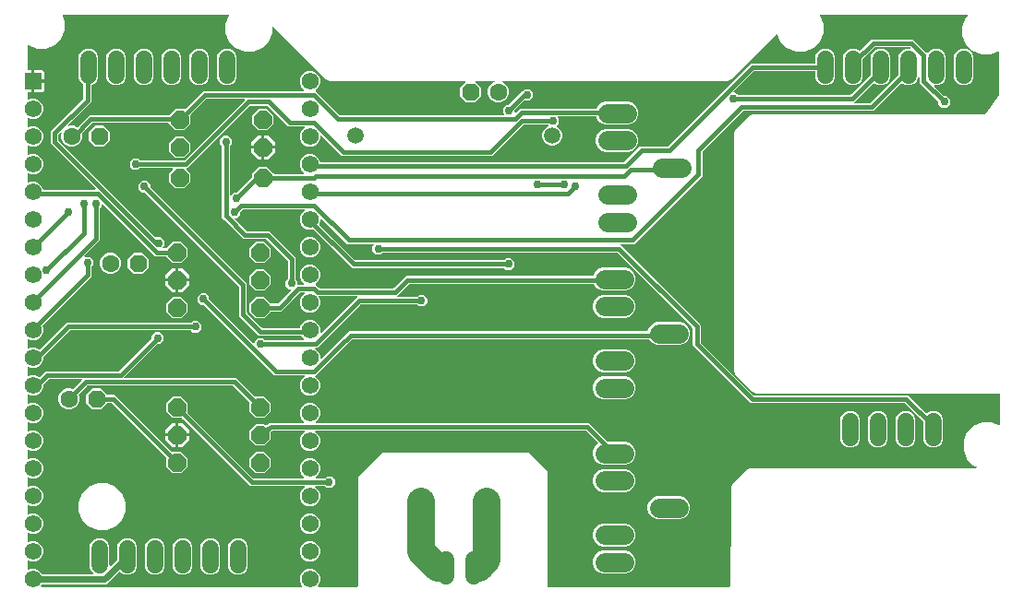
<source format=gbr>
G04 EAGLE Gerber RS-274X export*
G75*
%MOMM*%
%FSLAX34Y34*%
%LPD*%
%INBottom Copper*%
%IPPOS*%
%AMOC8*
5,1,8,0,0,1.08239X$1,22.5*%
G01*
%ADD10C,1.600200*%
%ADD11P,1.732040X8X22.500000*%
%ADD12P,1.732040X8X202.500000*%
%ADD13P,1.814519X8X202.500000*%
%ADD14P,1.814519X8X22.500000*%
%ADD15C,1.524000*%
%ADD16R,1.560000X1.560000*%
%ADD17C,1.560000*%
%ADD18R,1.508000X1.508000*%
%ADD19C,1.508000*%
%ADD20C,1.800000*%
%ADD21C,0.406400*%
%ADD22C,0.609600*%
%ADD23C,0.756400*%
%ADD24C,2.540000*%

G36*
X261385Y10172D02*
X261385Y10172D01*
X261457Y10174D01*
X261506Y10192D01*
X261557Y10200D01*
X261620Y10234D01*
X261688Y10259D01*
X261728Y10291D01*
X261774Y10316D01*
X261824Y10367D01*
X261880Y10412D01*
X261908Y10456D01*
X261944Y10494D01*
X261974Y10559D01*
X262013Y10619D01*
X262025Y10670D01*
X262047Y10717D01*
X262055Y10788D01*
X262073Y10858D01*
X262069Y10910D01*
X262075Y10961D01*
X262059Y11032D01*
X262054Y11103D01*
X262033Y11151D01*
X262022Y11202D01*
X261985Y11263D01*
X261957Y11329D01*
X261913Y11385D01*
X261896Y11413D01*
X261878Y11428D01*
X261853Y11460D01*
X261335Y11978D01*
X259915Y15405D01*
X259915Y19115D01*
X261335Y22542D01*
X263958Y25165D01*
X267385Y26585D01*
X271095Y26585D01*
X274522Y25165D01*
X277145Y22542D01*
X278565Y19115D01*
X278565Y15405D01*
X277145Y11978D01*
X276627Y11460D01*
X276586Y11402D01*
X276536Y11350D01*
X276514Y11303D01*
X276484Y11261D01*
X276463Y11192D01*
X276433Y11127D01*
X276427Y11075D01*
X276412Y11025D01*
X276413Y10954D01*
X276405Y10883D01*
X276417Y10832D01*
X276418Y10780D01*
X276442Y10712D01*
X276458Y10642D01*
X276484Y10597D01*
X276502Y10549D01*
X276547Y10493D01*
X276584Y10431D01*
X276623Y10397D01*
X276656Y10357D01*
X276716Y10318D01*
X276771Y10271D01*
X276819Y10252D01*
X276863Y10224D01*
X276932Y10206D01*
X276999Y10179D01*
X277070Y10171D01*
X277101Y10163D01*
X277125Y10165D01*
X277166Y10161D01*
X312420Y10161D01*
X312440Y10164D01*
X312459Y10162D01*
X312561Y10184D01*
X312663Y10200D01*
X312680Y10210D01*
X312700Y10214D01*
X312789Y10267D01*
X312880Y10316D01*
X312894Y10330D01*
X312911Y10340D01*
X312978Y10419D01*
X313050Y10494D01*
X313058Y10512D01*
X313071Y10527D01*
X313110Y10623D01*
X313153Y10717D01*
X313155Y10737D01*
X313163Y10755D01*
X313181Y10922D01*
X313181Y111445D01*
X335595Y133859D01*
X469585Y133859D01*
X486919Y116525D01*
X486919Y10922D01*
X486922Y10902D01*
X486920Y10883D01*
X486942Y10781D01*
X486959Y10679D01*
X486968Y10662D01*
X486972Y10642D01*
X487025Y10553D01*
X487074Y10462D01*
X487088Y10448D01*
X487098Y10431D01*
X487177Y10364D01*
X487252Y10292D01*
X487270Y10284D01*
X487285Y10271D01*
X487381Y10232D01*
X487475Y10189D01*
X487495Y10187D01*
X487513Y10179D01*
X487680Y10161D01*
X653897Y10161D01*
X653913Y10163D01*
X653929Y10161D01*
X654034Y10183D01*
X654139Y10200D01*
X654154Y10208D01*
X654170Y10212D01*
X654263Y10266D01*
X654357Y10316D01*
X654368Y10327D01*
X654382Y10336D01*
X654453Y10416D01*
X654526Y10494D01*
X654533Y10509D01*
X654544Y10521D01*
X654585Y10620D01*
X654630Y10717D01*
X654632Y10733D01*
X654638Y10749D01*
X654658Y10915D01*
X655319Y83862D01*
X655319Y83864D01*
X655319Y83868D01*
X655319Y101081D01*
X656866Y104816D01*
X666919Y114869D01*
X669884Y117834D01*
X673619Y119381D01*
X880003Y119381D01*
X880099Y119396D01*
X880196Y119406D01*
X880220Y119416D01*
X880246Y119420D01*
X880332Y119466D01*
X880421Y119506D01*
X880440Y119523D01*
X880463Y119536D01*
X880531Y119606D01*
X880602Y119672D01*
X880615Y119695D01*
X880633Y119714D01*
X880674Y119802D01*
X880721Y119888D01*
X880725Y119913D01*
X880736Y119937D01*
X880747Y120034D01*
X880764Y120130D01*
X880761Y120156D01*
X880764Y120181D01*
X880743Y120277D01*
X880729Y120373D01*
X880717Y120396D01*
X880711Y120422D01*
X880661Y120505D01*
X880617Y120592D01*
X880598Y120611D01*
X880585Y120633D01*
X880511Y120696D01*
X880442Y120764D01*
X880413Y120780D01*
X880398Y120793D01*
X880368Y120805D01*
X880295Y120845D01*
X877872Y121849D01*
X871849Y127872D01*
X868589Y135741D01*
X868589Y144259D01*
X871849Y152128D01*
X877872Y158151D01*
X885741Y161411D01*
X894259Y161411D01*
X900647Y158765D01*
X900691Y158754D01*
X900733Y158735D01*
X900810Y158726D01*
X900886Y158709D01*
X900932Y158713D01*
X900977Y158708D01*
X901054Y158724D01*
X901131Y158732D01*
X901173Y158750D01*
X901218Y158760D01*
X901285Y158800D01*
X901356Y158832D01*
X901390Y158863D01*
X901429Y158886D01*
X901480Y158945D01*
X901537Y158998D01*
X901559Y159038D01*
X901589Y159073D01*
X901618Y159145D01*
X901655Y159214D01*
X901664Y159259D01*
X901681Y159301D01*
X901696Y159437D01*
X901699Y159456D01*
X901698Y159461D01*
X901699Y159468D01*
X901699Y187198D01*
X901696Y187218D01*
X901698Y187237D01*
X901676Y187339D01*
X901660Y187441D01*
X901650Y187458D01*
X901646Y187478D01*
X901593Y187567D01*
X901544Y187658D01*
X901530Y187672D01*
X901520Y187689D01*
X901441Y187756D01*
X901366Y187828D01*
X901348Y187836D01*
X901333Y187849D01*
X901237Y187888D01*
X901143Y187931D01*
X901123Y187933D01*
X901105Y187941D01*
X900938Y187959D01*
X678699Y187959D01*
X674964Y189506D01*
X659406Y205064D01*
X657859Y208799D01*
X657859Y426201D01*
X659406Y429936D01*
X672424Y442954D01*
X676159Y444501D01*
X888350Y444501D01*
X888386Y444507D01*
X888423Y444504D01*
X888507Y444526D01*
X888593Y444540D01*
X888625Y444558D01*
X888661Y444567D01*
X888734Y444615D01*
X888810Y444656D01*
X888836Y444682D01*
X888866Y444703D01*
X888976Y444829D01*
X900804Y461953D01*
X900814Y461973D01*
X900829Y461991D01*
X900867Y462084D01*
X900910Y462175D01*
X900912Y462198D01*
X900921Y462219D01*
X900939Y462385D01*
X900939Y501331D01*
X900932Y501377D01*
X900934Y501422D01*
X900912Y501497D01*
X900900Y501574D01*
X900878Y501615D01*
X900865Y501659D01*
X900821Y501723D01*
X900784Y501791D01*
X900751Y501823D01*
X900725Y501861D01*
X900662Y501907D01*
X900606Y501961D01*
X900564Y501980D01*
X900528Y502008D01*
X900454Y502032D01*
X900383Y502064D01*
X900337Y502069D01*
X900294Y502084D01*
X900216Y502083D01*
X900139Y502092D01*
X900094Y502082D01*
X900048Y502081D01*
X899916Y502043D01*
X899898Y502039D01*
X899894Y502037D01*
X899887Y502035D01*
X893259Y499289D01*
X884741Y499289D01*
X876872Y502549D01*
X870849Y508572D01*
X867589Y516441D01*
X867589Y524959D01*
X870849Y532828D01*
X872580Y534559D01*
X872622Y534617D01*
X872671Y534669D01*
X872693Y534717D01*
X872723Y534759D01*
X872744Y534827D01*
X872775Y534892D01*
X872780Y534944D01*
X872796Y534994D01*
X872794Y535066D01*
X872802Y535137D01*
X872791Y535188D01*
X872789Y535240D01*
X872765Y535307D01*
X872750Y535377D01*
X872723Y535422D01*
X872705Y535471D01*
X872660Y535527D01*
X872624Y535588D01*
X872584Y535622D01*
X872551Y535663D01*
X872491Y535702D01*
X872437Y535748D01*
X872388Y535768D01*
X872344Y535796D01*
X872275Y535813D01*
X872209Y535840D01*
X872137Y535848D01*
X872106Y535856D01*
X872083Y535854D01*
X872042Y535859D01*
X737880Y535926D01*
X737834Y535919D01*
X737788Y535920D01*
X737714Y535899D01*
X737637Y535886D01*
X737596Y535865D01*
X737552Y535852D01*
X737488Y535808D01*
X737420Y535771D01*
X737388Y535738D01*
X737350Y535712D01*
X737304Y535649D01*
X737250Y535593D01*
X737231Y535551D01*
X737203Y535514D01*
X737179Y535440D01*
X737146Y535370D01*
X737141Y535324D01*
X737127Y535280D01*
X737128Y535203D01*
X737119Y535126D01*
X737129Y535081D01*
X737129Y535034D01*
X737167Y534904D01*
X737171Y534885D01*
X737174Y534881D01*
X737176Y534873D01*
X740231Y527499D01*
X740231Y518981D01*
X736971Y511112D01*
X730948Y505089D01*
X723079Y501829D01*
X714561Y501829D01*
X706692Y505089D01*
X700669Y511112D01*
X698150Y517192D01*
X698126Y517231D01*
X698110Y517274D01*
X698062Y517335D01*
X698021Y517401D01*
X697985Y517431D01*
X697957Y517466D01*
X697891Y517508D01*
X697831Y517558D01*
X697788Y517575D01*
X697750Y517599D01*
X697674Y517618D01*
X697602Y517646D01*
X697556Y517648D01*
X697511Y517659D01*
X697434Y517653D01*
X697356Y517657D01*
X697312Y517644D01*
X697266Y517640D01*
X697194Y517610D01*
X697120Y517588D01*
X697082Y517562D01*
X697040Y517544D01*
X696933Y517459D01*
X696918Y517448D01*
X696915Y517444D01*
X696909Y517439D01*
X658961Y479491D01*
X655996Y476526D01*
X652261Y474979D01*
X446152Y474979D01*
X446056Y474964D01*
X445959Y474954D01*
X445935Y474944D01*
X445910Y474940D01*
X445824Y474894D01*
X445735Y474854D01*
X445715Y474837D01*
X445692Y474824D01*
X445625Y474754D01*
X445553Y474688D01*
X445541Y474665D01*
X445523Y474646D01*
X445482Y474558D01*
X445435Y474472D01*
X445430Y474447D01*
X445419Y474423D01*
X445408Y474326D01*
X445391Y474230D01*
X445395Y474204D01*
X445392Y474179D01*
X445413Y474083D01*
X445427Y473987D01*
X445439Y473964D01*
X445444Y473938D01*
X445494Y473855D01*
X445538Y473768D01*
X445557Y473749D01*
X445571Y473727D01*
X445644Y473664D01*
X445714Y473596D01*
X445743Y473580D01*
X445757Y473567D01*
X445788Y473555D01*
X445861Y473515D01*
X447356Y472896D01*
X450036Y470216D01*
X451486Y466715D01*
X451486Y462925D01*
X450036Y459424D01*
X447356Y456744D01*
X443855Y455294D01*
X440065Y455294D01*
X436564Y456744D01*
X433884Y459424D01*
X432434Y462925D01*
X432434Y466715D01*
X433884Y470216D01*
X436564Y472896D01*
X438059Y473515D01*
X438142Y473566D01*
X438228Y473612D01*
X438246Y473630D01*
X438268Y473644D01*
X438330Y473720D01*
X438397Y473790D01*
X438408Y473814D01*
X438425Y473834D01*
X438460Y473925D01*
X438501Y474013D01*
X438504Y474039D01*
X438513Y474063D01*
X438517Y474161D01*
X438528Y474257D01*
X438522Y474283D01*
X438523Y474309D01*
X438496Y474403D01*
X438476Y474498D01*
X438462Y474520D01*
X438455Y474545D01*
X438399Y474625D01*
X438349Y474709D01*
X438330Y474726D01*
X438315Y474747D01*
X438237Y474806D01*
X438163Y474869D01*
X438138Y474879D01*
X438117Y474894D01*
X438025Y474924D01*
X437934Y474961D01*
X437902Y474964D01*
X437883Y474970D01*
X437850Y474970D01*
X437768Y474979D01*
X421710Y474979D01*
X421639Y474968D01*
X421568Y474966D01*
X421519Y474948D01*
X421467Y474940D01*
X421404Y474906D01*
X421337Y474881D01*
X421296Y474849D01*
X421250Y474824D01*
X421200Y474772D01*
X421144Y474728D01*
X421116Y474684D01*
X421080Y474646D01*
X421050Y474581D01*
X421011Y474521D01*
X420999Y474470D01*
X420977Y474423D01*
X420969Y474352D01*
X420951Y474282D01*
X420955Y474230D01*
X420950Y474179D01*
X420965Y474108D01*
X420971Y474037D01*
X420991Y473989D01*
X421002Y473938D01*
X421039Y473877D01*
X421067Y473811D01*
X421112Y473755D01*
X421128Y473727D01*
X421146Y473712D01*
X421172Y473680D01*
X426086Y468766D01*
X426086Y460874D01*
X420506Y455294D01*
X412614Y455294D01*
X407034Y460874D01*
X407034Y468766D01*
X411948Y473680D01*
X411990Y473738D01*
X412040Y473790D01*
X412061Y473837D01*
X412092Y473879D01*
X412113Y473948D01*
X412143Y474013D01*
X412149Y474065D01*
X412164Y474115D01*
X412162Y474186D01*
X412170Y474257D01*
X412159Y474308D01*
X412158Y474360D01*
X412133Y474428D01*
X412118Y474498D01*
X412091Y474543D01*
X412073Y474591D01*
X412029Y474647D01*
X411992Y474709D01*
X411952Y474743D01*
X411920Y474783D01*
X411859Y474822D01*
X411805Y474869D01*
X411757Y474888D01*
X411713Y474916D01*
X411643Y474934D01*
X411577Y474961D01*
X411505Y474969D01*
X411474Y474977D01*
X411451Y474975D01*
X411410Y474979D01*
X287539Y474979D01*
X283804Y476526D01*
X236070Y524260D01*
X236012Y524302D01*
X235960Y524352D01*
X235913Y524374D01*
X235871Y524404D01*
X235802Y524425D01*
X235737Y524455D01*
X235685Y524461D01*
X235635Y524476D01*
X235564Y524474D01*
X235493Y524482D01*
X235442Y524471D01*
X235390Y524470D01*
X235322Y524445D01*
X235252Y524430D01*
X235207Y524403D01*
X235159Y524385D01*
X235103Y524341D01*
X235041Y524304D01*
X235007Y524264D01*
X234967Y524232D01*
X234928Y524171D01*
X234881Y524117D01*
X234862Y524069D01*
X234834Y524025D01*
X234816Y523955D01*
X234789Y523889D01*
X234781Y523817D01*
X234773Y523786D01*
X234775Y523763D01*
X234771Y523722D01*
X234771Y518981D01*
X231511Y511112D01*
X225488Y505089D01*
X217619Y501829D01*
X209101Y501829D01*
X201232Y505089D01*
X195209Y511112D01*
X191949Y518981D01*
X191949Y527499D01*
X194968Y534787D01*
X194978Y534831D01*
X194998Y534873D01*
X195006Y534950D01*
X195024Y535026D01*
X195020Y535072D01*
X195025Y535117D01*
X195008Y535194D01*
X195001Y535271D01*
X194982Y535313D01*
X194973Y535358D01*
X194933Y535425D01*
X194901Y535496D01*
X194870Y535530D01*
X194846Y535569D01*
X194787Y535620D01*
X194735Y535677D01*
X194694Y535699D01*
X194660Y535729D01*
X194587Y535758D01*
X194519Y535795D01*
X194474Y535804D01*
X194431Y535821D01*
X194295Y535836D01*
X194277Y535839D01*
X194272Y535838D01*
X194265Y535839D01*
X43007Y535839D01*
X42962Y535832D01*
X42916Y535834D01*
X42841Y535812D01*
X42765Y535800D01*
X42724Y535778D01*
X42680Y535765D01*
X42616Y535721D01*
X42547Y535684D01*
X42516Y535651D01*
X42478Y535625D01*
X42431Y535562D01*
X42378Y535506D01*
X42359Y535464D01*
X42331Y535428D01*
X42307Y535354D01*
X42274Y535283D01*
X42269Y535237D01*
X42255Y535194D01*
X42256Y535116D01*
X42247Y535039D01*
X42257Y534994D01*
X42257Y534948D01*
X42295Y534816D01*
X42299Y534798D01*
X42302Y534794D01*
X42304Y534787D01*
X44271Y530039D01*
X44271Y521521D01*
X41011Y513652D01*
X34988Y507629D01*
X27119Y504369D01*
X18601Y504369D01*
X11213Y507429D01*
X11169Y507440D01*
X11127Y507459D01*
X11050Y507468D01*
X10974Y507486D01*
X10928Y507481D01*
X10883Y507486D01*
X10806Y507470D01*
X10729Y507462D01*
X10687Y507444D01*
X10642Y507434D01*
X10575Y507394D01*
X10504Y507362D01*
X10470Y507331D01*
X10431Y507308D01*
X10380Y507249D01*
X10323Y507196D01*
X10301Y507156D01*
X10271Y507121D01*
X10242Y507049D01*
X10205Y506981D01*
X10196Y506935D01*
X10179Y506893D01*
X10164Y506757D01*
X10161Y506739D01*
X10162Y506734D01*
X10161Y506726D01*
X10161Y485562D01*
X10164Y485542D01*
X10162Y485523D01*
X10184Y485421D01*
X10200Y485319D01*
X10210Y485302D01*
X10214Y485282D01*
X10267Y485193D01*
X10316Y485102D01*
X10330Y485088D01*
X10340Y485071D01*
X10419Y485004D01*
X10494Y484932D01*
X10512Y484924D01*
X10527Y484911D01*
X10623Y484872D01*
X10717Y484829D01*
X10737Y484827D01*
X10755Y484819D01*
X10922Y484801D01*
X13717Y484801D01*
X13717Y475222D01*
X13720Y475202D01*
X13718Y475183D01*
X13740Y475081D01*
X13757Y474979D01*
X13766Y474962D01*
X13770Y474942D01*
X13823Y474853D01*
X13872Y474762D01*
X13886Y474748D01*
X13896Y474731D01*
X13975Y474664D01*
X14050Y474593D01*
X14068Y474584D01*
X14083Y474571D01*
X14179Y474533D01*
X14273Y474489D01*
X14293Y474487D01*
X14311Y474479D01*
X14478Y474461D01*
X15241Y474461D01*
X15241Y474459D01*
X14478Y474459D01*
X14458Y474456D01*
X14439Y474458D01*
X14337Y474436D01*
X14235Y474419D01*
X14218Y474410D01*
X14198Y474406D01*
X14109Y474353D01*
X14018Y474304D01*
X14004Y474290D01*
X13987Y474280D01*
X13920Y474201D01*
X13849Y474126D01*
X13840Y474108D01*
X13827Y474093D01*
X13788Y473997D01*
X13745Y473903D01*
X13743Y473883D01*
X13735Y473865D01*
X13717Y473698D01*
X13717Y464119D01*
X10922Y464119D01*
X10902Y464116D01*
X10883Y464118D01*
X10781Y464096D01*
X10679Y464080D01*
X10662Y464070D01*
X10642Y464066D01*
X10553Y464013D01*
X10462Y463964D01*
X10448Y463950D01*
X10431Y463940D01*
X10364Y463861D01*
X10292Y463786D01*
X10284Y463768D01*
X10271Y463753D01*
X10232Y463657D01*
X10189Y463563D01*
X10187Y463543D01*
X10179Y463525D01*
X10161Y463358D01*
X10161Y458188D01*
X10168Y458143D01*
X10166Y458097D01*
X10188Y458022D01*
X10200Y457946D01*
X10222Y457905D01*
X10235Y457861D01*
X10279Y457797D01*
X10316Y457728D01*
X10349Y457697D01*
X10375Y457659D01*
X10437Y457613D01*
X10494Y457559D01*
X10536Y457540D01*
X10572Y457512D01*
X10646Y457488D01*
X10717Y457455D01*
X10763Y457450D01*
X10806Y457436D01*
X10884Y457437D01*
X10961Y457428D01*
X11006Y457438D01*
X11052Y457438D01*
X11184Y457476D01*
X11202Y457480D01*
X11206Y457483D01*
X11213Y457485D01*
X13385Y458385D01*
X17095Y458385D01*
X20522Y456965D01*
X23145Y454342D01*
X24565Y450915D01*
X24565Y447205D01*
X23145Y443778D01*
X20522Y441155D01*
X17095Y439735D01*
X13385Y439735D01*
X11213Y440635D01*
X11169Y440645D01*
X11127Y440665D01*
X11050Y440673D01*
X10974Y440691D01*
X10928Y440687D01*
X10883Y440692D01*
X10806Y440675D01*
X10729Y440668D01*
X10687Y440649D01*
X10642Y440640D01*
X10575Y440600D01*
X10504Y440568D01*
X10470Y440537D01*
X10431Y440513D01*
X10380Y440454D01*
X10323Y440402D01*
X10301Y440361D01*
X10271Y440326D01*
X10242Y440254D01*
X10205Y440186D01*
X10196Y440141D01*
X10179Y440098D01*
X10164Y439962D01*
X10161Y439944D01*
X10162Y439939D01*
X10161Y439932D01*
X10161Y432788D01*
X10168Y432743D01*
X10166Y432697D01*
X10188Y432622D01*
X10200Y432546D01*
X10222Y432505D01*
X10235Y432461D01*
X10279Y432397D01*
X10316Y432328D01*
X10349Y432297D01*
X10375Y432259D01*
X10437Y432213D01*
X10494Y432159D01*
X10536Y432140D01*
X10572Y432112D01*
X10646Y432088D01*
X10717Y432055D01*
X10763Y432050D01*
X10806Y432036D01*
X10884Y432037D01*
X10961Y432028D01*
X11006Y432038D01*
X11052Y432038D01*
X11184Y432076D01*
X11202Y432080D01*
X11206Y432083D01*
X11213Y432085D01*
X13385Y432985D01*
X17095Y432985D01*
X20522Y431565D01*
X23145Y428942D01*
X24565Y425515D01*
X24565Y421805D01*
X23145Y418378D01*
X20522Y415755D01*
X17095Y414335D01*
X13385Y414335D01*
X11213Y415235D01*
X11169Y415245D01*
X11127Y415265D01*
X11050Y415273D01*
X10974Y415291D01*
X10928Y415287D01*
X10883Y415292D01*
X10806Y415275D01*
X10729Y415268D01*
X10687Y415249D01*
X10642Y415240D01*
X10575Y415200D01*
X10504Y415168D01*
X10470Y415137D01*
X10431Y415113D01*
X10380Y415054D01*
X10323Y415002D01*
X10301Y414961D01*
X10271Y414926D01*
X10242Y414854D01*
X10205Y414786D01*
X10196Y414741D01*
X10179Y414698D01*
X10164Y414562D01*
X10161Y414544D01*
X10162Y414539D01*
X10161Y414532D01*
X10161Y407388D01*
X10168Y407343D01*
X10166Y407297D01*
X10188Y407222D01*
X10200Y407146D01*
X10222Y407105D01*
X10235Y407061D01*
X10279Y406997D01*
X10316Y406928D01*
X10349Y406897D01*
X10375Y406859D01*
X10437Y406813D01*
X10494Y406759D01*
X10536Y406740D01*
X10572Y406712D01*
X10646Y406688D01*
X10717Y406655D01*
X10763Y406650D01*
X10806Y406636D01*
X10884Y406637D01*
X10961Y406628D01*
X11006Y406638D01*
X11052Y406638D01*
X11184Y406676D01*
X11202Y406680D01*
X11206Y406683D01*
X11213Y406685D01*
X13385Y407585D01*
X17095Y407585D01*
X20522Y406165D01*
X23145Y403542D01*
X24565Y400115D01*
X24565Y396405D01*
X23145Y392978D01*
X20522Y390355D01*
X17095Y388935D01*
X13385Y388935D01*
X11213Y389835D01*
X11169Y389845D01*
X11127Y389865D01*
X11050Y389873D01*
X10974Y389891D01*
X10928Y389887D01*
X10883Y389892D01*
X10806Y389875D01*
X10729Y389868D01*
X10687Y389849D01*
X10642Y389840D01*
X10575Y389800D01*
X10504Y389768D01*
X10470Y389737D01*
X10431Y389713D01*
X10380Y389654D01*
X10323Y389602D01*
X10301Y389561D01*
X10271Y389526D01*
X10242Y389454D01*
X10205Y389386D01*
X10196Y389341D01*
X10179Y389298D01*
X10164Y389162D01*
X10161Y389144D01*
X10162Y389139D01*
X10161Y389132D01*
X10161Y381988D01*
X10168Y381943D01*
X10166Y381897D01*
X10188Y381822D01*
X10200Y381746D01*
X10222Y381705D01*
X10235Y381661D01*
X10279Y381597D01*
X10316Y381528D01*
X10349Y381497D01*
X10375Y381459D01*
X10437Y381413D01*
X10494Y381359D01*
X10536Y381340D01*
X10572Y381312D01*
X10646Y381288D01*
X10717Y381255D01*
X10763Y381250D01*
X10806Y381236D01*
X10884Y381237D01*
X10961Y381228D01*
X11006Y381238D01*
X11052Y381238D01*
X11184Y381276D01*
X11202Y381280D01*
X11206Y381283D01*
X11213Y381285D01*
X13385Y382185D01*
X17095Y382185D01*
X20522Y380765D01*
X23145Y378142D01*
X24239Y375502D01*
X24300Y375402D01*
X24360Y375302D01*
X24365Y375298D01*
X24368Y375293D01*
X24458Y375218D01*
X24547Y375142D01*
X24553Y375140D01*
X24558Y375136D01*
X24666Y375094D01*
X24775Y375050D01*
X24783Y375049D01*
X24788Y375048D01*
X24806Y375047D01*
X24942Y375032D01*
X72125Y375032D01*
X72196Y375043D01*
X72268Y375045D01*
X72317Y375063D01*
X72368Y375071D01*
X72432Y375105D01*
X72499Y375130D01*
X72540Y375162D01*
X72586Y375187D01*
X72635Y375239D01*
X72691Y375283D01*
X72719Y375327D01*
X72755Y375365D01*
X72785Y375430D01*
X72824Y375490D01*
X72837Y375541D01*
X72859Y375588D01*
X72867Y375659D01*
X72884Y375729D01*
X72880Y375781D01*
X72886Y375832D01*
X72870Y375903D01*
X72865Y375974D01*
X72845Y376022D01*
X72833Y376073D01*
X72797Y376134D01*
X72769Y376200D01*
X72724Y376256D01*
X72707Y376284D01*
X72689Y376299D01*
X72664Y376331D01*
X31368Y417627D01*
X31368Y428511D01*
X61308Y458450D01*
X61361Y458524D01*
X61420Y458594D01*
X61433Y458624D01*
X61451Y458650D01*
X61478Y458737D01*
X61512Y458822D01*
X61517Y458863D01*
X61524Y458885D01*
X61523Y458917D01*
X61531Y458989D01*
X61531Y471521D01*
X61512Y471635D01*
X61495Y471752D01*
X61492Y471758D01*
X61491Y471764D01*
X61437Y471866D01*
X61383Y471971D01*
X61379Y471976D01*
X61376Y471981D01*
X61291Y472061D01*
X61208Y472143D01*
X61201Y472147D01*
X61198Y472150D01*
X61181Y472158D01*
X61061Y472224D01*
X60860Y472307D01*
X58287Y474880D01*
X56895Y478241D01*
X56895Y497119D01*
X58287Y500480D01*
X60860Y503053D01*
X64221Y504445D01*
X67859Y504445D01*
X71220Y503053D01*
X73793Y500480D01*
X75185Y497119D01*
X75185Y478241D01*
X73793Y474880D01*
X71220Y472307D01*
X69114Y471435D01*
X69014Y471373D01*
X68915Y471314D01*
X68911Y471309D01*
X68905Y471306D01*
X68830Y471215D01*
X68755Y471127D01*
X68752Y471121D01*
X68748Y471116D01*
X68707Y471008D01*
X68663Y470899D01*
X68662Y470891D01*
X68660Y470886D01*
X68659Y470868D01*
X68644Y470732D01*
X68644Y455727D01*
X47716Y434798D01*
X47659Y434719D01*
X47597Y434644D01*
X47587Y434620D01*
X47572Y434598D01*
X47544Y434505D01*
X47509Y434415D01*
X47508Y434388D01*
X47500Y434363D01*
X47502Y434266D01*
X47498Y434169D01*
X47506Y434144D01*
X47506Y434118D01*
X47540Y434026D01*
X47567Y433933D01*
X47582Y433911D01*
X47591Y433887D01*
X47652Y433810D01*
X47707Y433730D01*
X47728Y433715D01*
X47744Y433694D01*
X47826Y433642D01*
X47904Y433584D01*
X47929Y433576D01*
X47951Y433561D01*
X48046Y433538D01*
X48138Y433508D01*
X48164Y433508D01*
X48190Y433501D01*
X48287Y433509D01*
X48384Y433510D01*
X48416Y433519D01*
X48435Y433521D01*
X48465Y433533D01*
X48545Y433557D01*
X48905Y433706D01*
X52695Y433706D01*
X55411Y432581D01*
X55525Y432554D01*
X55638Y432525D01*
X55644Y432526D01*
X55651Y432524D01*
X55767Y432535D01*
X55883Y432545D01*
X55889Y432547D01*
X55895Y432548D01*
X56003Y432595D01*
X56110Y432641D01*
X56116Y432645D01*
X56120Y432648D01*
X56134Y432660D01*
X56241Y432746D01*
X64483Y440988D01*
X66789Y443294D01*
X139409Y443294D01*
X139499Y443309D01*
X139590Y443316D01*
X139619Y443329D01*
X139651Y443334D01*
X139732Y443377D01*
X139816Y443412D01*
X139848Y443438D01*
X139869Y443449D01*
X139885Y443466D01*
X139887Y443467D01*
X139895Y443475D01*
X139947Y443517D01*
X145756Y449327D01*
X153963Y449327D01*
X154129Y449161D01*
X154145Y449149D01*
X154158Y449134D01*
X154245Y449078D01*
X154329Y449017D01*
X154348Y449012D01*
X154365Y449001D01*
X154465Y448975D01*
X154564Y448945D01*
X154584Y448946D01*
X154603Y448941D01*
X154706Y448949D01*
X154810Y448951D01*
X154829Y448958D01*
X154849Y448960D01*
X154944Y449000D01*
X155041Y449036D01*
X155057Y449048D01*
X155075Y449056D01*
X155206Y449161D01*
X171564Y465519D01*
X263156Y465519D01*
X263227Y465531D01*
X263298Y465533D01*
X263347Y465551D01*
X263399Y465559D01*
X263462Y465593D01*
X263529Y465617D01*
X263570Y465650D01*
X263616Y465674D01*
X263665Y465726D01*
X263721Y465771D01*
X263749Y465815D01*
X263785Y465852D01*
X263815Y465917D01*
X263854Y465978D01*
X263867Y466028D01*
X263889Y466075D01*
X263897Y466147D01*
X263914Y466216D01*
X263910Y466268D01*
X263916Y466320D01*
X263901Y466390D01*
X263895Y466461D01*
X263875Y466509D01*
X263864Y466560D01*
X263827Y466622D01*
X263799Y466688D01*
X263754Y466744D01*
X263738Y466771D01*
X263720Y466787D01*
X263694Y466819D01*
X261335Y469178D01*
X259915Y472605D01*
X259915Y476315D01*
X261335Y479742D01*
X263958Y482365D01*
X267385Y483785D01*
X271095Y483785D01*
X274522Y482365D01*
X277145Y479742D01*
X278565Y476315D01*
X278565Y472605D01*
X277145Y469178D01*
X274543Y466576D01*
X274531Y466560D01*
X274516Y466547D01*
X274460Y466460D01*
X274400Y466376D01*
X274394Y466357D01*
X274383Y466340D01*
X274358Y466240D01*
X274327Y466141D01*
X274328Y466121D01*
X274323Y466102D01*
X274331Y465999D01*
X274334Y465895D01*
X274340Y465876D01*
X274342Y465857D01*
X274382Y465762D01*
X274418Y465664D01*
X274431Y465649D01*
X274438Y465630D01*
X274543Y465499D01*
X296525Y443517D01*
X296599Y443464D01*
X296669Y443405D01*
X296699Y443392D01*
X296725Y443374D01*
X296812Y443347D01*
X296897Y443313D01*
X296938Y443308D01*
X296960Y443301D01*
X296992Y443302D01*
X297064Y443294D01*
X446523Y443294D01*
X446594Y443306D01*
X446666Y443308D01*
X446715Y443326D01*
X446766Y443334D01*
X446829Y443368D01*
X446897Y443392D01*
X446937Y443425D01*
X446983Y443449D01*
X447033Y443501D01*
X447089Y443546D01*
X447117Y443590D01*
X447153Y443627D01*
X447183Y443692D01*
X447222Y443753D01*
X447234Y443803D01*
X447256Y443850D01*
X447264Y443922D01*
X447282Y443991D01*
X447278Y444043D01*
X447283Y444095D01*
X447268Y444165D01*
X447263Y444236D01*
X447242Y444284D01*
X447231Y444335D01*
X447194Y444397D01*
X447166Y444463D01*
X447121Y444519D01*
X447105Y444546D01*
X447090Y444559D01*
X447087Y444564D01*
X447081Y444570D01*
X447061Y444594D01*
X446178Y445477D01*
X446178Y449873D01*
X449287Y452982D01*
X451446Y452982D01*
X451537Y452996D01*
X451627Y453004D01*
X451657Y453016D01*
X451689Y453021D01*
X451770Y453064D01*
X451854Y453100D01*
X451886Y453126D01*
X451907Y453137D01*
X451929Y453160D01*
X451985Y453205D01*
X464389Y465609D01*
X464456Y465637D01*
X464488Y465663D01*
X464509Y465674D01*
X464531Y465697D01*
X464587Y465742D01*
X466114Y467269D01*
X470511Y467269D01*
X473619Y464161D01*
X473619Y459764D01*
X470511Y456656D01*
X465811Y456656D01*
X465721Y456641D01*
X465630Y456634D01*
X465600Y456621D01*
X465568Y456616D01*
X465488Y456573D01*
X465404Y456538D01*
X465372Y456512D01*
X465351Y456501D01*
X465329Y456478D01*
X465273Y456433D01*
X457015Y448175D01*
X456962Y448101D01*
X456902Y448031D01*
X456890Y448001D01*
X456871Y447975D01*
X456844Y447888D01*
X456810Y447803D01*
X456806Y447762D01*
X456799Y447740D01*
X456800Y447708D01*
X456792Y447636D01*
X456792Y446197D01*
X456803Y446126D01*
X456805Y446055D01*
X456823Y446006D01*
X456831Y445954D01*
X456865Y445891D01*
X456890Y445824D01*
X456922Y445783D01*
X456947Y445737D01*
X456999Y445688D01*
X457043Y445632D01*
X457087Y445603D01*
X457125Y445568D01*
X457190Y445537D01*
X457250Y445499D01*
X457301Y445486D01*
X457348Y445464D01*
X457419Y445456D01*
X457489Y445438D01*
X457541Y445443D01*
X457592Y445437D01*
X457663Y445452D01*
X457734Y445458D01*
X457782Y445478D01*
X457833Y445489D01*
X457894Y445526D01*
X457960Y445554D01*
X458016Y445599D01*
X458044Y445615D01*
X458059Y445633D01*
X458091Y445659D01*
X462077Y449644D01*
X531687Y449644D01*
X531802Y449663D01*
X531918Y449680D01*
X531924Y449683D01*
X531930Y449684D01*
X532033Y449738D01*
X532137Y449792D01*
X532142Y449796D01*
X532147Y449799D01*
X532227Y449883D01*
X532310Y449967D01*
X532313Y449974D01*
X532317Y449977D01*
X532324Y449994D01*
X532390Y450114D01*
X532858Y451242D01*
X535818Y454202D01*
X539687Y455805D01*
X561873Y455805D01*
X565742Y454202D01*
X568702Y451242D01*
X570305Y447373D01*
X570305Y443187D01*
X568702Y439318D01*
X565742Y436358D01*
X561873Y434755D01*
X539687Y434755D01*
X535818Y436358D01*
X532858Y439318D01*
X531722Y442061D01*
X531660Y442160D01*
X531600Y442260D01*
X531595Y442265D01*
X531592Y442270D01*
X531502Y442344D01*
X531413Y442420D01*
X531407Y442423D01*
X531402Y442427D01*
X531294Y442468D01*
X531185Y442512D01*
X531177Y442513D01*
X531173Y442515D01*
X531155Y442516D01*
X531018Y442531D01*
X497087Y442531D01*
X497016Y442519D01*
X496944Y442517D01*
X496895Y442499D01*
X496844Y442491D01*
X496781Y442457D01*
X496713Y442433D01*
X496673Y442400D01*
X496627Y442376D01*
X496577Y442324D01*
X496521Y442279D01*
X496493Y442235D01*
X496457Y442198D01*
X496427Y442133D01*
X496388Y442072D01*
X496376Y442022D01*
X496354Y441975D01*
X496346Y441903D01*
X496328Y441834D01*
X496332Y441782D01*
X496327Y441730D01*
X496342Y441660D01*
X496347Y441589D01*
X496368Y441541D01*
X496379Y441490D01*
X496416Y441428D01*
X496444Y441362D01*
X496489Y441306D01*
X496505Y441279D01*
X496523Y441263D01*
X496549Y441231D01*
X497432Y440348D01*
X497432Y435952D01*
X495405Y433926D01*
X495379Y433888D01*
X495345Y433857D01*
X495307Y433789D01*
X495262Y433726D01*
X495248Y433682D01*
X495226Y433642D01*
X495212Y433565D01*
X495189Y433491D01*
X495191Y433445D01*
X495183Y433400D01*
X495194Y433323D01*
X495196Y433245D01*
X495212Y433202D01*
X495218Y433156D01*
X495254Y433087D01*
X495280Y433014D01*
X495309Y432978D01*
X495330Y432937D01*
X495385Y432883D01*
X495434Y432822D01*
X495473Y432797D01*
X495505Y432765D01*
X495625Y432699D01*
X495641Y432689D01*
X495646Y432688D01*
X495652Y432684D01*
X496375Y432385D01*
X498925Y429835D01*
X500305Y426503D01*
X500305Y422897D01*
X498925Y419565D01*
X496375Y417015D01*
X493043Y415635D01*
X489437Y415635D01*
X486105Y417015D01*
X483555Y419565D01*
X482175Y422897D01*
X482175Y426503D01*
X483555Y429835D01*
X486105Y432385D01*
X487901Y433129D01*
X487984Y433180D01*
X488070Y433226D01*
X488088Y433244D01*
X488111Y433258D01*
X488173Y433334D01*
X488240Y433404D01*
X488251Y433428D01*
X488267Y433448D01*
X488302Y433539D01*
X488343Y433627D01*
X488346Y433653D01*
X488356Y433677D01*
X488360Y433775D01*
X488370Y433871D01*
X488365Y433897D01*
X488366Y433923D01*
X488339Y434017D01*
X488318Y434112D01*
X488305Y434134D01*
X488297Y434159D01*
X488242Y434239D01*
X488192Y434323D01*
X488172Y434340D01*
X488157Y434361D01*
X488079Y434420D01*
X488005Y434483D01*
X487981Y434493D01*
X487960Y434508D01*
X487867Y434538D01*
X487777Y434575D01*
X487744Y434578D01*
X487726Y434584D01*
X487693Y434584D01*
X487610Y434593D01*
X465339Y434593D01*
X465248Y434579D01*
X465158Y434571D01*
X465128Y434559D01*
X465096Y434554D01*
X465015Y434511D01*
X464931Y434475D01*
X464899Y434449D01*
X464878Y434438D01*
X464856Y434415D01*
X464800Y434370D01*
X436448Y406018D01*
X298564Y406018D01*
X279864Y424718D01*
X279806Y424760D01*
X279754Y424809D01*
X279707Y424831D01*
X279665Y424862D01*
X279596Y424883D01*
X279531Y424913D01*
X279479Y424919D01*
X279429Y424934D01*
X279358Y424932D01*
X279287Y424940D01*
X279236Y424929D01*
X279184Y424928D01*
X279116Y424903D01*
X279046Y424888D01*
X279001Y424861D01*
X278953Y424843D01*
X278897Y424798D01*
X278835Y424762D01*
X278801Y424722D01*
X278761Y424690D01*
X278722Y424629D01*
X278675Y424575D01*
X278656Y424527D01*
X278628Y424483D01*
X278610Y424413D01*
X278583Y424347D01*
X278575Y424275D01*
X278567Y424244D01*
X278569Y424221D01*
X278565Y424180D01*
X278565Y421805D01*
X277145Y418378D01*
X274522Y415755D01*
X271095Y414335D01*
X267385Y414335D01*
X263958Y415755D01*
X261335Y418378D01*
X259915Y421805D01*
X259915Y425515D01*
X261335Y428942D01*
X263988Y431595D01*
X264069Y431638D01*
X264087Y431657D01*
X264109Y431671D01*
X264171Y431746D01*
X264238Y431816D01*
X264249Y431840D01*
X264266Y431860D01*
X264301Y431951D01*
X264342Y432040D01*
X264345Y432065D01*
X264354Y432090D01*
X264358Y432187D01*
X264369Y432284D01*
X264364Y432309D01*
X264365Y432335D01*
X264338Y432429D01*
X264317Y432524D01*
X264304Y432547D01*
X264296Y432572D01*
X264241Y432652D01*
X264191Y432735D01*
X264171Y432752D01*
X264156Y432774D01*
X264078Y432832D01*
X264004Y432895D01*
X263980Y432905D01*
X263959Y432921D01*
X263866Y432951D01*
X263776Y432987D01*
X263743Y432991D01*
X263725Y432997D01*
X263692Y432997D01*
X263609Y433006D01*
X249352Y433006D01*
X230525Y451833D01*
X230451Y451886D01*
X230381Y451945D01*
X230351Y451958D01*
X230325Y451976D01*
X230238Y452003D01*
X230153Y452037D01*
X230112Y452042D01*
X230090Y452049D01*
X230058Y452048D01*
X229986Y452056D01*
X214514Y452056D01*
X214423Y452041D01*
X214333Y452034D01*
X214303Y452021D01*
X214271Y452016D01*
X214190Y451973D01*
X214106Y451938D01*
X214074Y451912D01*
X214053Y451901D01*
X214031Y451878D01*
X213975Y451833D01*
X157048Y394906D01*
X156882Y394906D01*
X156812Y394894D01*
X156740Y394892D01*
X156691Y394874D01*
X156640Y394866D01*
X156576Y394832D01*
X156509Y394808D01*
X156468Y394775D01*
X156422Y394751D01*
X156373Y394699D01*
X156317Y394654D01*
X156289Y394610D01*
X156253Y394573D01*
X156223Y394508D01*
X156184Y394447D01*
X156171Y394397D01*
X156149Y394350D01*
X156141Y394278D01*
X156124Y394209D01*
X156128Y394157D01*
X156122Y394105D01*
X156137Y394035D01*
X156143Y393964D01*
X156163Y393916D01*
X156174Y393865D01*
X156211Y393803D01*
X156239Y393737D01*
X156284Y393681D01*
X156300Y393654D01*
X156318Y393638D01*
X156344Y393606D01*
X159767Y390184D01*
X159767Y381976D01*
X153964Y376173D01*
X145756Y376173D01*
X139953Y381976D01*
X139953Y390184D01*
X143376Y393606D01*
X143418Y393664D01*
X143467Y393716D01*
X143489Y393764D01*
X143520Y393806D01*
X143541Y393874D01*
X143571Y393940D01*
X143577Y393991D01*
X143592Y394041D01*
X143590Y394113D01*
X143598Y394184D01*
X143587Y394235D01*
X143586Y394287D01*
X143561Y394354D01*
X143546Y394424D01*
X143519Y394469D01*
X143501Y394518D01*
X143456Y394574D01*
X143420Y394635D01*
X143380Y394669D01*
X143347Y394710D01*
X143287Y394749D01*
X143233Y394795D01*
X143184Y394815D01*
X143140Y394843D01*
X143071Y394860D01*
X143004Y394887D01*
X142933Y394895D01*
X142902Y394903D01*
X142879Y394901D01*
X142838Y394906D01*
X113801Y394906D01*
X113711Y394891D01*
X113620Y394884D01*
X113590Y394871D01*
X113558Y394866D01*
X113478Y394823D01*
X113394Y394788D01*
X113361Y394762D01*
X113341Y394751D01*
X113319Y394728D01*
X113263Y394683D01*
X111736Y393156D01*
X107339Y393156D01*
X104231Y396264D01*
X104231Y400661D01*
X107339Y403769D01*
X111736Y403769D01*
X113263Y402242D01*
X113337Y402189D01*
X113406Y402130D01*
X113436Y402118D01*
X113462Y402099D01*
X113549Y402072D01*
X113634Y402038D01*
X113675Y402033D01*
X113697Y402026D01*
X113730Y402027D01*
X113801Y402019D01*
X153786Y402019D01*
X153877Y402034D01*
X153967Y402041D01*
X153997Y402054D01*
X154029Y402059D01*
X154110Y402102D01*
X154194Y402137D01*
X154226Y402163D01*
X154247Y402174D01*
X154269Y402197D01*
X154325Y402242D01*
X209189Y457106D01*
X209231Y457164D01*
X209280Y457216D01*
X209302Y457264D01*
X209332Y457306D01*
X209353Y457374D01*
X209384Y457440D01*
X209389Y457491D01*
X209405Y457541D01*
X209403Y457613D01*
X209411Y457684D01*
X209400Y457735D01*
X209398Y457787D01*
X209374Y457854D01*
X209358Y457924D01*
X209332Y457969D01*
X209314Y458018D01*
X209269Y458074D01*
X209232Y458135D01*
X209193Y458169D01*
X209160Y458210D01*
X209100Y458249D01*
X209045Y458295D01*
X208997Y458315D01*
X208953Y458343D01*
X208884Y458360D01*
X208817Y458387D01*
X208746Y458395D01*
X208715Y458403D01*
X208691Y458401D01*
X208650Y458406D01*
X174826Y458406D01*
X174736Y458391D01*
X174645Y458384D01*
X174615Y458371D01*
X174583Y458366D01*
X174503Y458323D01*
X174419Y458288D01*
X174387Y458262D01*
X174366Y458251D01*
X174344Y458228D01*
X174288Y458183D01*
X159990Y443885D01*
X159937Y443811D01*
X159877Y443741D01*
X159865Y443711D01*
X159846Y443685D01*
X159819Y443598D01*
X159785Y443513D01*
X159781Y443472D01*
X159774Y443450D01*
X159775Y443418D01*
X159767Y443346D01*
X159767Y435316D01*
X153964Y429513D01*
X145756Y429513D01*
X139953Y435316D01*
X139953Y435420D01*
X139950Y435439D01*
X139952Y435459D01*
X139930Y435560D01*
X139914Y435662D01*
X139904Y435680D01*
X139900Y435699D01*
X139847Y435788D01*
X139798Y435880D01*
X139784Y435893D01*
X139774Y435910D01*
X139695Y435978D01*
X139620Y436049D01*
X139602Y436057D01*
X139587Y436070D01*
X139491Y436109D01*
X139397Y436153D01*
X139377Y436155D01*
X139359Y436162D01*
X139192Y436181D01*
X70051Y436181D01*
X69961Y436166D01*
X69870Y436159D01*
X69840Y436146D01*
X69808Y436141D01*
X69728Y436098D01*
X69644Y436063D01*
X69612Y436037D01*
X69591Y436026D01*
X69569Y436003D01*
X69513Y435958D01*
X60482Y426927D01*
X60414Y426833D01*
X60344Y426738D01*
X60342Y426732D01*
X60338Y426727D01*
X60304Y426616D01*
X60267Y426504D01*
X60268Y426498D01*
X60266Y426492D01*
X60269Y426375D01*
X60270Y426258D01*
X60272Y426251D01*
X60272Y426246D01*
X60278Y426228D01*
X60317Y426097D01*
X60326Y426075D01*
X60326Y422285D01*
X58876Y418784D01*
X56196Y416104D01*
X52695Y414654D01*
X48905Y414654D01*
X45404Y416104D01*
X42724Y418784D01*
X41274Y422285D01*
X41274Y426075D01*
X41423Y426435D01*
X41446Y426529D01*
X41474Y426623D01*
X41474Y426649D01*
X41480Y426674D01*
X41470Y426771D01*
X41468Y426868D01*
X41459Y426893D01*
X41456Y426919D01*
X41417Y427008D01*
X41383Y427099D01*
X41367Y427120D01*
X41356Y427144D01*
X41291Y427215D01*
X41230Y427291D01*
X41208Y427306D01*
X41190Y427325D01*
X41105Y427372D01*
X41023Y427424D01*
X40997Y427431D01*
X40975Y427443D01*
X40879Y427461D01*
X40784Y427485D01*
X40758Y427482D01*
X40732Y427487D01*
X40636Y427473D01*
X40539Y427465D01*
X40515Y427455D01*
X40489Y427451D01*
X40402Y427407D01*
X40313Y427369D01*
X40287Y427349D01*
X40270Y427340D01*
X40247Y427316D01*
X40182Y427264D01*
X38705Y425787D01*
X38652Y425713D01*
X38592Y425644D01*
X38580Y425614D01*
X38561Y425587D01*
X38534Y425501D01*
X38500Y425416D01*
X38496Y425375D01*
X38489Y425352D01*
X38490Y425320D01*
X38482Y425249D01*
X38482Y420889D01*
X38496Y420798D01*
X38504Y420708D01*
X38516Y420678D01*
X38521Y420646D01*
X38564Y420565D01*
X38600Y420481D01*
X38626Y420449D01*
X38637Y420428D01*
X38660Y420406D01*
X38705Y420350D01*
X127503Y331552D01*
X127577Y331499D01*
X127646Y331440D01*
X127676Y331427D01*
X127703Y331409D01*
X127789Y331382D01*
X127874Y331348D01*
X127915Y331343D01*
X127938Y331336D01*
X127970Y331337D01*
X128041Y331329D01*
X132641Y331329D01*
X135749Y328221D01*
X135749Y323824D01*
X134281Y322356D01*
X134239Y322298D01*
X134190Y322246D01*
X134168Y322199D01*
X134138Y322157D01*
X134116Y322088D01*
X134086Y322023D01*
X134081Y321971D01*
X134065Y321921D01*
X134067Y321850D01*
X134059Y321779D01*
X134070Y321728D01*
X134072Y321676D01*
X134096Y321608D01*
X134111Y321538D01*
X134138Y321493D01*
X134156Y321445D01*
X134201Y321389D01*
X134238Y321327D01*
X134277Y321293D01*
X134310Y321253D01*
X134370Y321214D01*
X134425Y321167D01*
X134473Y321148D01*
X134517Y321120D01*
X134586Y321102D01*
X134653Y321075D01*
X134724Y321067D01*
X134755Y321059D01*
X134778Y321061D01*
X134819Y321057D01*
X136652Y321057D01*
X136672Y321060D01*
X136691Y321058D01*
X136793Y321080D01*
X136895Y321096D01*
X136912Y321106D01*
X136932Y321110D01*
X137021Y321163D01*
X137112Y321212D01*
X137126Y321226D01*
X137143Y321236D01*
X137210Y321315D01*
X137282Y321390D01*
X137290Y321408D01*
X137303Y321423D01*
X137342Y321519D01*
X137353Y321543D01*
X143216Y327407D01*
X151424Y327407D01*
X157227Y321604D01*
X157227Y313396D01*
X151424Y307593D01*
X143216Y307593D01*
X137363Y313446D01*
X137360Y313462D01*
X137307Y313551D01*
X137258Y313642D01*
X137244Y313656D01*
X137234Y313673D01*
X137155Y313740D01*
X137080Y313812D01*
X137062Y313820D01*
X137047Y313833D01*
X136951Y313872D01*
X136857Y313915D01*
X136837Y313917D01*
X136819Y313925D01*
X136652Y313943D01*
X127114Y313943D01*
X124808Y316250D01*
X79631Y361426D01*
X79573Y361468D01*
X79521Y361517D01*
X79474Y361539D01*
X79432Y361570D01*
X79363Y361591D01*
X79298Y361621D01*
X79246Y361627D01*
X79196Y361642D01*
X79125Y361640D01*
X79054Y361648D01*
X79003Y361637D01*
X78951Y361636D01*
X78883Y361611D01*
X78813Y361596D01*
X78768Y361569D01*
X78720Y361551D01*
X78664Y361506D01*
X78602Y361470D01*
X78568Y361430D01*
X78528Y361398D01*
X78489Y361337D01*
X78442Y361283D01*
X78423Y361235D01*
X78395Y361191D01*
X78377Y361121D01*
X78350Y361055D01*
X78342Y360983D01*
X78334Y360952D01*
X78336Y360929D01*
X78332Y360888D01*
X78332Y359752D01*
X76805Y358225D01*
X76752Y358151D01*
X76692Y358081D01*
X76680Y358051D01*
X76661Y358025D01*
X76634Y357938D01*
X76600Y357853D01*
X76596Y357812D01*
X76589Y357790D01*
X76590Y357758D01*
X76582Y357687D01*
X76582Y328727D01*
X62436Y314581D01*
X62394Y314523D01*
X62345Y314471D01*
X62323Y314424D01*
X62293Y314382D01*
X62272Y314313D01*
X62241Y314248D01*
X62236Y314196D01*
X62220Y314146D01*
X62222Y314075D01*
X62214Y314004D01*
X62225Y313953D01*
X62227Y313901D01*
X62251Y313833D01*
X62267Y313763D01*
X62293Y313718D01*
X62311Y313670D01*
X62356Y313614D01*
X62393Y313552D01*
X62432Y313518D01*
X62465Y313478D01*
X62525Y313439D01*
X62580Y313392D01*
X62628Y313373D01*
X62672Y313345D01*
X62741Y313327D01*
X62808Y313300D01*
X62879Y313292D01*
X62910Y313284D01*
X62934Y313286D01*
X62975Y313282D01*
X67286Y313282D01*
X70394Y310173D01*
X70394Y305777D01*
X68867Y304250D01*
X68814Y304176D01*
X68755Y304106D01*
X68742Y304076D01*
X68724Y304050D01*
X68697Y303963D01*
X68663Y303878D01*
X68658Y303837D01*
X68651Y303815D01*
X68652Y303783D01*
X68644Y303712D01*
X68644Y295389D01*
X23871Y250616D01*
X23804Y250522D01*
X23734Y250428D01*
X23732Y250422D01*
X23728Y250417D01*
X23694Y250306D01*
X23657Y250194D01*
X23657Y250188D01*
X23656Y250182D01*
X23659Y250065D01*
X23660Y249948D01*
X23662Y249941D01*
X23662Y249936D01*
X23668Y249918D01*
X23706Y249787D01*
X24565Y247715D01*
X24565Y244005D01*
X23145Y240578D01*
X20522Y237955D01*
X17095Y236535D01*
X13385Y236535D01*
X11213Y237435D01*
X11169Y237445D01*
X11127Y237465D01*
X11050Y237473D01*
X10974Y237491D01*
X10928Y237487D01*
X10883Y237492D01*
X10806Y237475D01*
X10729Y237468D01*
X10687Y237449D01*
X10642Y237440D01*
X10575Y237400D01*
X10504Y237368D01*
X10470Y237337D01*
X10431Y237313D01*
X10380Y237254D01*
X10323Y237202D01*
X10301Y237161D01*
X10271Y237126D01*
X10242Y237054D01*
X10205Y236986D01*
X10196Y236941D01*
X10179Y236898D01*
X10164Y236762D01*
X10161Y236744D01*
X10162Y236739D01*
X10161Y236732D01*
X10161Y229588D01*
X10168Y229543D01*
X10166Y229497D01*
X10188Y229422D01*
X10200Y229346D01*
X10222Y229305D01*
X10235Y229261D01*
X10279Y229197D01*
X10316Y229128D01*
X10349Y229097D01*
X10375Y229059D01*
X10437Y229013D01*
X10494Y228959D01*
X10536Y228940D01*
X10572Y228912D01*
X10646Y228888D01*
X10717Y228855D01*
X10763Y228850D01*
X10806Y228836D01*
X10884Y228837D01*
X10961Y228828D01*
X11006Y228838D01*
X11052Y228838D01*
X11184Y228876D01*
X11202Y228880D01*
X11206Y228883D01*
X11213Y228885D01*
X13385Y229785D01*
X17095Y229785D01*
X20522Y228365D01*
X20584Y228303D01*
X20600Y228291D01*
X20613Y228276D01*
X20700Y228220D01*
X20784Y228160D01*
X20803Y228154D01*
X20820Y228143D01*
X20920Y228118D01*
X21019Y228087D01*
X21039Y228088D01*
X21058Y228083D01*
X21161Y228091D01*
X21265Y228094D01*
X21284Y228100D01*
X21303Y228102D01*
X21398Y228142D01*
X21496Y228178D01*
X21511Y228191D01*
X21530Y228198D01*
X21661Y228303D01*
X46152Y252794D01*
X160202Y252794D01*
X160292Y252809D01*
X160383Y252816D01*
X160412Y252829D01*
X160444Y252834D01*
X160525Y252877D01*
X160609Y252912D01*
X160641Y252938D01*
X160662Y252949D01*
X160684Y252972D01*
X160740Y253017D01*
X162267Y254544D01*
X166663Y254544D01*
X169772Y251436D01*
X169772Y247039D01*
X166663Y243931D01*
X162267Y243931D01*
X160740Y245458D01*
X160666Y245511D01*
X160596Y245570D01*
X160566Y245582D01*
X160540Y245601D01*
X160453Y245628D01*
X160368Y245662D01*
X160327Y245667D01*
X160305Y245674D01*
X160273Y245673D01*
X160202Y245681D01*
X49414Y245681D01*
X49323Y245666D01*
X49233Y245659D01*
X49203Y245646D01*
X49171Y245641D01*
X49090Y245598D01*
X49006Y245563D01*
X48974Y245537D01*
X48953Y245526D01*
X48931Y245503D01*
X48875Y245458D01*
X24788Y221370D01*
X24735Y221296D01*
X24675Y221227D01*
X24663Y221197D01*
X24644Y221170D01*
X24617Y221084D01*
X24583Y220999D01*
X24579Y220958D01*
X24572Y220935D01*
X24573Y220903D01*
X24565Y220832D01*
X24565Y218605D01*
X23145Y215178D01*
X20522Y212555D01*
X17095Y211135D01*
X13385Y211135D01*
X11213Y212035D01*
X11169Y212045D01*
X11127Y212065D01*
X11050Y212073D01*
X10974Y212091D01*
X10928Y212087D01*
X10883Y212092D01*
X10806Y212075D01*
X10729Y212068D01*
X10687Y212049D01*
X10642Y212040D01*
X10575Y212000D01*
X10504Y211968D01*
X10470Y211937D01*
X10431Y211913D01*
X10380Y211854D01*
X10323Y211802D01*
X10301Y211761D01*
X10271Y211726D01*
X10242Y211654D01*
X10205Y211586D01*
X10196Y211541D01*
X10179Y211498D01*
X10164Y211362D01*
X10161Y211344D01*
X10162Y211339D01*
X10161Y211332D01*
X10161Y204188D01*
X10168Y204143D01*
X10166Y204097D01*
X10188Y204022D01*
X10200Y203946D01*
X10222Y203905D01*
X10235Y203861D01*
X10279Y203797D01*
X10316Y203728D01*
X10349Y203697D01*
X10375Y203659D01*
X10437Y203613D01*
X10494Y203559D01*
X10536Y203540D01*
X10572Y203512D01*
X10646Y203488D01*
X10717Y203455D01*
X10763Y203450D01*
X10806Y203436D01*
X10884Y203437D01*
X10961Y203428D01*
X11006Y203438D01*
X11052Y203438D01*
X11184Y203476D01*
X11202Y203480D01*
X11206Y203483D01*
X11213Y203485D01*
X13385Y204385D01*
X17095Y204385D01*
X20522Y202965D01*
X20584Y202903D01*
X20600Y202891D01*
X20613Y202876D01*
X20700Y202820D01*
X20784Y202760D01*
X20803Y202754D01*
X20820Y202743D01*
X20920Y202718D01*
X21019Y202687D01*
X21039Y202688D01*
X21058Y202683D01*
X21161Y202691D01*
X21265Y202694D01*
X21284Y202700D01*
X21303Y202702D01*
X21398Y202742D01*
X21496Y202778D01*
X21511Y202791D01*
X21530Y202798D01*
X21661Y202903D01*
X24795Y206038D01*
X27102Y208344D01*
X93779Y208344D01*
X93869Y208359D01*
X93960Y208366D01*
X93990Y208379D01*
X94022Y208384D01*
X94102Y208427D01*
X94186Y208462D01*
X94218Y208488D01*
X94239Y208499D01*
X94261Y208522D01*
X94317Y208567D01*
X124010Y238260D01*
X124063Y238334D01*
X124123Y238404D01*
X124135Y238434D01*
X124154Y238460D01*
X124181Y238547D01*
X124215Y238632D01*
X124219Y238673D01*
X124226Y238695D01*
X124225Y238727D01*
X124233Y238799D01*
X124233Y240958D01*
X127342Y244067D01*
X131738Y244067D01*
X134847Y240958D01*
X134847Y236562D01*
X131738Y233453D01*
X129579Y233453D01*
X129488Y233439D01*
X129398Y233431D01*
X129368Y233419D01*
X129336Y233414D01*
X129255Y233371D01*
X129171Y233335D01*
X129139Y233309D01*
X129118Y233298D01*
X129096Y233275D01*
X129040Y233230D01*
X99347Y203537D01*
X99104Y203294D01*
X99062Y203236D01*
X99013Y203184D01*
X98991Y203136D01*
X98960Y203094D01*
X98939Y203025D01*
X98909Y202960D01*
X98903Y202909D01*
X98888Y202859D01*
X98890Y202787D01*
X98882Y202716D01*
X98893Y202665D01*
X98894Y202613D01*
X98919Y202546D01*
X98934Y202476D01*
X98961Y202431D01*
X98979Y202382D01*
X99023Y202326D01*
X99060Y202265D01*
X99100Y202231D01*
X99132Y202190D01*
X99193Y202151D01*
X99247Y202105D01*
X99296Y202085D01*
X99339Y202057D01*
X99409Y202040D01*
X99475Y202013D01*
X99547Y202005D01*
X99578Y201997D01*
X99601Y201999D01*
X99642Y201994D01*
X201498Y201994D01*
X218333Y185160D01*
X218349Y185148D01*
X218362Y185132D01*
X218449Y185076D01*
X218533Y185016D01*
X218552Y185010D01*
X218568Y184999D01*
X218669Y184974D01*
X218768Y184944D01*
X218788Y184944D01*
X218807Y184939D01*
X218910Y184947D01*
X219014Y184950D01*
X219032Y184957D01*
X219052Y184959D01*
X219147Y184999D01*
X219245Y185035D01*
X219260Y185047D01*
X219279Y185055D01*
X219409Y185160D01*
X219417Y185167D01*
X227624Y185167D01*
X233427Y179364D01*
X233427Y171156D01*
X227624Y165353D01*
X219416Y165353D01*
X213613Y171156D01*
X213613Y179504D01*
X213599Y179594D01*
X213591Y179685D01*
X213579Y179715D01*
X213574Y179747D01*
X213531Y179827D01*
X213495Y179911D01*
X213469Y179943D01*
X213458Y179964D01*
X213435Y179986D01*
X213390Y180042D01*
X198775Y194658D01*
X198701Y194711D01*
X198631Y194770D01*
X198601Y194783D01*
X198575Y194801D01*
X198488Y194828D01*
X198403Y194862D01*
X198362Y194867D01*
X198340Y194874D01*
X198308Y194873D01*
X198236Y194881D01*
X65289Y194881D01*
X65198Y194866D01*
X65108Y194859D01*
X65078Y194846D01*
X65046Y194841D01*
X64965Y194798D01*
X64881Y194763D01*
X64849Y194737D01*
X64828Y194726D01*
X64806Y194703D01*
X64750Y194658D01*
X57291Y187198D01*
X57223Y187104D01*
X57153Y187009D01*
X57151Y187003D01*
X57147Y186998D01*
X57113Y186887D01*
X57076Y186776D01*
X57077Y186769D01*
X57075Y186763D01*
X57078Y186647D01*
X57079Y186530D01*
X57081Y186522D01*
X57081Y186517D01*
X57087Y186500D01*
X57126Y186369D01*
X57786Y184775D01*
X57786Y180985D01*
X56336Y177484D01*
X53656Y174804D01*
X50155Y173354D01*
X46365Y173354D01*
X42864Y174804D01*
X40184Y177484D01*
X38734Y180985D01*
X38734Y184775D01*
X40184Y188276D01*
X42864Y190956D01*
X46365Y192406D01*
X50155Y192406D01*
X51299Y191932D01*
X51413Y191905D01*
X51527Y191876D01*
X51533Y191877D01*
X51539Y191875D01*
X51655Y191886D01*
X51772Y191895D01*
X51778Y191898D01*
X51784Y191898D01*
X51891Y191946D01*
X51998Y191992D01*
X52004Y191996D01*
X52009Y191998D01*
X52022Y192011D01*
X52129Y192097D01*
X59720Y199688D01*
X59964Y199931D01*
X60006Y199989D01*
X60055Y200041D01*
X60077Y200089D01*
X60107Y200131D01*
X60128Y200200D01*
X60159Y200265D01*
X60164Y200316D01*
X60180Y200366D01*
X60178Y200438D01*
X60186Y200509D01*
X60175Y200560D01*
X60173Y200612D01*
X60149Y200679D01*
X60133Y200749D01*
X60107Y200794D01*
X60089Y200843D01*
X60044Y200899D01*
X60007Y200960D01*
X59968Y200994D01*
X59935Y201035D01*
X59875Y201074D01*
X59820Y201120D01*
X59772Y201140D01*
X59728Y201168D01*
X59659Y201185D01*
X59592Y201212D01*
X59521Y201220D01*
X59490Y201228D01*
X59466Y201226D01*
X59425Y201231D01*
X30364Y201231D01*
X30273Y201216D01*
X30183Y201209D01*
X30153Y201196D01*
X30121Y201191D01*
X30040Y201148D01*
X29956Y201113D01*
X29924Y201087D01*
X29903Y201076D01*
X29881Y201053D01*
X29825Y201008D01*
X24788Y195970D01*
X24735Y195896D01*
X24675Y195827D01*
X24663Y195797D01*
X24644Y195771D01*
X24617Y195683D01*
X24583Y195599D01*
X24579Y195558D01*
X24572Y195535D01*
X24573Y195503D01*
X24565Y195432D01*
X24565Y193205D01*
X23145Y189778D01*
X20522Y187155D01*
X17095Y185735D01*
X13385Y185735D01*
X11213Y186635D01*
X11169Y186645D01*
X11127Y186665D01*
X11050Y186673D01*
X10974Y186691D01*
X10928Y186687D01*
X10883Y186692D01*
X10806Y186675D01*
X10729Y186668D01*
X10687Y186649D01*
X10642Y186640D01*
X10575Y186600D01*
X10504Y186568D01*
X10470Y186537D01*
X10431Y186513D01*
X10380Y186454D01*
X10323Y186402D01*
X10301Y186361D01*
X10271Y186326D01*
X10242Y186254D01*
X10205Y186186D01*
X10196Y186141D01*
X10179Y186098D01*
X10164Y185962D01*
X10161Y185944D01*
X10162Y185939D01*
X10161Y185932D01*
X10161Y178788D01*
X10168Y178743D01*
X10166Y178697D01*
X10188Y178622D01*
X10200Y178546D01*
X10222Y178505D01*
X10235Y178461D01*
X10279Y178397D01*
X10316Y178328D01*
X10349Y178297D01*
X10375Y178259D01*
X10437Y178213D01*
X10494Y178159D01*
X10536Y178140D01*
X10572Y178112D01*
X10646Y178088D01*
X10717Y178055D01*
X10763Y178050D01*
X10806Y178036D01*
X10884Y178037D01*
X10961Y178028D01*
X11006Y178038D01*
X11052Y178038D01*
X11184Y178076D01*
X11202Y178080D01*
X11206Y178083D01*
X11213Y178085D01*
X13385Y178985D01*
X17095Y178985D01*
X20522Y177565D01*
X23145Y174942D01*
X24565Y171515D01*
X24565Y167805D01*
X23145Y164378D01*
X20522Y161755D01*
X17095Y160335D01*
X13385Y160335D01*
X11213Y161235D01*
X11169Y161245D01*
X11127Y161265D01*
X11050Y161273D01*
X10974Y161291D01*
X10928Y161287D01*
X10883Y161292D01*
X10806Y161275D01*
X10729Y161268D01*
X10687Y161249D01*
X10642Y161240D01*
X10575Y161200D01*
X10504Y161168D01*
X10470Y161137D01*
X10431Y161113D01*
X10380Y161054D01*
X10323Y161002D01*
X10301Y160961D01*
X10271Y160926D01*
X10242Y160854D01*
X10205Y160786D01*
X10196Y160741D01*
X10179Y160698D01*
X10164Y160562D01*
X10161Y160544D01*
X10162Y160539D01*
X10161Y160532D01*
X10161Y153388D01*
X10168Y153343D01*
X10166Y153297D01*
X10188Y153222D01*
X10200Y153146D01*
X10222Y153105D01*
X10235Y153061D01*
X10279Y152997D01*
X10316Y152928D01*
X10349Y152897D01*
X10375Y152859D01*
X10437Y152813D01*
X10494Y152759D01*
X10536Y152740D01*
X10572Y152712D01*
X10646Y152688D01*
X10717Y152655D01*
X10763Y152650D01*
X10806Y152636D01*
X10884Y152637D01*
X10961Y152628D01*
X11006Y152638D01*
X11052Y152638D01*
X11184Y152676D01*
X11202Y152680D01*
X11206Y152683D01*
X11213Y152685D01*
X13385Y153585D01*
X17095Y153585D01*
X20522Y152165D01*
X23145Y149542D01*
X24565Y146115D01*
X24565Y142405D01*
X23145Y138978D01*
X20522Y136355D01*
X17095Y134935D01*
X13385Y134935D01*
X11213Y135835D01*
X11169Y135845D01*
X11127Y135865D01*
X11050Y135873D01*
X10974Y135891D01*
X10928Y135887D01*
X10883Y135892D01*
X10806Y135875D01*
X10729Y135868D01*
X10687Y135849D01*
X10642Y135840D01*
X10575Y135800D01*
X10504Y135768D01*
X10470Y135737D01*
X10431Y135713D01*
X10380Y135654D01*
X10323Y135602D01*
X10301Y135561D01*
X10271Y135526D01*
X10242Y135454D01*
X10205Y135386D01*
X10196Y135341D01*
X10179Y135298D01*
X10164Y135162D01*
X10161Y135144D01*
X10162Y135139D01*
X10161Y135132D01*
X10161Y127988D01*
X10168Y127943D01*
X10166Y127897D01*
X10188Y127822D01*
X10200Y127746D01*
X10222Y127705D01*
X10235Y127661D01*
X10279Y127597D01*
X10316Y127528D01*
X10349Y127497D01*
X10375Y127459D01*
X10437Y127413D01*
X10494Y127359D01*
X10536Y127340D01*
X10572Y127312D01*
X10646Y127288D01*
X10717Y127255D01*
X10763Y127250D01*
X10806Y127236D01*
X10884Y127237D01*
X10961Y127228D01*
X11006Y127238D01*
X11052Y127238D01*
X11184Y127276D01*
X11202Y127280D01*
X11206Y127283D01*
X11213Y127285D01*
X13385Y128185D01*
X17095Y128185D01*
X20522Y126765D01*
X23145Y124142D01*
X24565Y120715D01*
X24565Y117005D01*
X23145Y113578D01*
X20522Y110955D01*
X17095Y109535D01*
X13385Y109535D01*
X11213Y110435D01*
X11169Y110445D01*
X11127Y110465D01*
X11050Y110473D01*
X10974Y110491D01*
X10928Y110487D01*
X10883Y110492D01*
X10806Y110475D01*
X10729Y110468D01*
X10687Y110449D01*
X10642Y110440D01*
X10575Y110400D01*
X10504Y110368D01*
X10470Y110337D01*
X10431Y110313D01*
X10380Y110254D01*
X10323Y110202D01*
X10301Y110161D01*
X10271Y110126D01*
X10242Y110054D01*
X10205Y109986D01*
X10196Y109941D01*
X10179Y109898D01*
X10164Y109762D01*
X10161Y109744D01*
X10162Y109739D01*
X10161Y109732D01*
X10161Y102588D01*
X10168Y102543D01*
X10166Y102497D01*
X10188Y102422D01*
X10200Y102346D01*
X10222Y102305D01*
X10235Y102261D01*
X10279Y102197D01*
X10316Y102128D01*
X10349Y102097D01*
X10375Y102059D01*
X10437Y102013D01*
X10494Y101959D01*
X10536Y101940D01*
X10572Y101912D01*
X10646Y101888D01*
X10717Y101855D01*
X10763Y101850D01*
X10806Y101836D01*
X10884Y101837D01*
X10961Y101828D01*
X11006Y101838D01*
X11052Y101838D01*
X11184Y101876D01*
X11202Y101880D01*
X11206Y101883D01*
X11213Y101885D01*
X13385Y102785D01*
X17095Y102785D01*
X20522Y101365D01*
X23145Y98742D01*
X24565Y95315D01*
X24565Y91605D01*
X23145Y88178D01*
X20522Y85555D01*
X17095Y84135D01*
X13385Y84135D01*
X11213Y85035D01*
X11169Y85045D01*
X11127Y85065D01*
X11050Y85073D01*
X10974Y85091D01*
X10928Y85087D01*
X10883Y85092D01*
X10806Y85075D01*
X10729Y85068D01*
X10687Y85049D01*
X10642Y85040D01*
X10575Y85000D01*
X10504Y84968D01*
X10470Y84937D01*
X10431Y84913D01*
X10380Y84854D01*
X10323Y84802D01*
X10301Y84761D01*
X10271Y84726D01*
X10242Y84654D01*
X10205Y84586D01*
X10196Y84541D01*
X10179Y84498D01*
X10164Y84362D01*
X10161Y84344D01*
X10162Y84339D01*
X10161Y84332D01*
X10161Y77188D01*
X10168Y77143D01*
X10166Y77097D01*
X10188Y77022D01*
X10200Y76946D01*
X10222Y76905D01*
X10235Y76861D01*
X10279Y76797D01*
X10316Y76728D01*
X10349Y76697D01*
X10375Y76659D01*
X10437Y76613D01*
X10494Y76559D01*
X10536Y76540D01*
X10572Y76512D01*
X10646Y76488D01*
X10717Y76455D01*
X10763Y76450D01*
X10806Y76436D01*
X10884Y76437D01*
X10961Y76428D01*
X11006Y76438D01*
X11052Y76438D01*
X11184Y76476D01*
X11202Y76480D01*
X11206Y76483D01*
X11213Y76485D01*
X13385Y77385D01*
X17095Y77385D01*
X20522Y75965D01*
X23145Y73342D01*
X24565Y69915D01*
X24565Y66205D01*
X23145Y62778D01*
X20522Y60155D01*
X17095Y58735D01*
X13385Y58735D01*
X11213Y59635D01*
X11169Y59645D01*
X11127Y59665D01*
X11050Y59673D01*
X10974Y59691D01*
X10928Y59687D01*
X10883Y59692D01*
X10806Y59675D01*
X10729Y59668D01*
X10687Y59649D01*
X10642Y59640D01*
X10575Y59600D01*
X10504Y59568D01*
X10470Y59537D01*
X10431Y59513D01*
X10380Y59454D01*
X10323Y59402D01*
X10301Y59361D01*
X10271Y59326D01*
X10242Y59254D01*
X10205Y59186D01*
X10196Y59141D01*
X10179Y59098D01*
X10164Y58962D01*
X10161Y58944D01*
X10162Y58939D01*
X10161Y58932D01*
X10161Y51788D01*
X10168Y51743D01*
X10166Y51697D01*
X10188Y51622D01*
X10200Y51546D01*
X10222Y51505D01*
X10235Y51461D01*
X10279Y51397D01*
X10316Y51328D01*
X10349Y51297D01*
X10375Y51259D01*
X10437Y51213D01*
X10494Y51159D01*
X10536Y51140D01*
X10572Y51112D01*
X10646Y51088D01*
X10717Y51055D01*
X10763Y51050D01*
X10806Y51036D01*
X10884Y51037D01*
X10961Y51028D01*
X11006Y51038D01*
X11052Y51038D01*
X11184Y51076D01*
X11202Y51080D01*
X11206Y51083D01*
X11213Y51085D01*
X13385Y51985D01*
X17095Y51985D01*
X20522Y50565D01*
X23145Y47942D01*
X24565Y44515D01*
X24565Y40805D01*
X23145Y37378D01*
X20522Y34755D01*
X17095Y33335D01*
X13385Y33335D01*
X11213Y34235D01*
X11169Y34245D01*
X11127Y34265D01*
X11050Y34273D01*
X10974Y34291D01*
X10928Y34287D01*
X10883Y34292D01*
X10806Y34275D01*
X10729Y34268D01*
X10687Y34249D01*
X10642Y34240D01*
X10575Y34200D01*
X10504Y34168D01*
X10470Y34137D01*
X10431Y34113D01*
X10380Y34054D01*
X10323Y34002D01*
X10301Y33961D01*
X10271Y33926D01*
X10242Y33854D01*
X10205Y33786D01*
X10196Y33741D01*
X10179Y33698D01*
X10164Y33562D01*
X10161Y33544D01*
X10162Y33539D01*
X10161Y33532D01*
X10161Y26388D01*
X10168Y26343D01*
X10166Y26297D01*
X10188Y26222D01*
X10200Y26146D01*
X10222Y26105D01*
X10235Y26061D01*
X10279Y25997D01*
X10316Y25928D01*
X10349Y25897D01*
X10375Y25859D01*
X10437Y25813D01*
X10494Y25759D01*
X10536Y25740D01*
X10572Y25712D01*
X10646Y25688D01*
X10717Y25655D01*
X10763Y25650D01*
X10806Y25636D01*
X10884Y25637D01*
X10961Y25628D01*
X11006Y25638D01*
X11052Y25638D01*
X11184Y25676D01*
X11202Y25680D01*
X11206Y25683D01*
X11213Y25685D01*
X13385Y26585D01*
X17095Y26585D01*
X20522Y25165D01*
X23145Y22542D01*
X23244Y22303D01*
X23306Y22203D01*
X23366Y22103D01*
X23371Y22099D01*
X23374Y22094D01*
X23464Y22019D01*
X23553Y21943D01*
X23559Y21941D01*
X23563Y21937D01*
X23672Y21895D01*
X23781Y21851D01*
X23788Y21850D01*
X23793Y21849D01*
X23811Y21848D01*
X23948Y21833D01*
X70077Y21833D01*
X70148Y21844D01*
X70219Y21846D01*
X70268Y21864D01*
X70320Y21872D01*
X70383Y21906D01*
X70450Y21931D01*
X70491Y21963D01*
X70537Y21988D01*
X70586Y22040D01*
X70642Y22084D01*
X70671Y22128D01*
X70706Y22166D01*
X70737Y22231D01*
X70775Y22291D01*
X70788Y22342D01*
X70810Y22389D01*
X70818Y22460D01*
X70835Y22530D01*
X70831Y22582D01*
X70837Y22633D01*
X70822Y22704D01*
X70816Y22775D01*
X70796Y22823D01*
X70785Y22874D01*
X70748Y22935D01*
X70720Y23001D01*
X70675Y23057D01*
X70659Y23085D01*
X70641Y23100D01*
X70615Y23132D01*
X68447Y25300D01*
X67055Y28661D01*
X67055Y47539D01*
X68447Y50900D01*
X71020Y53473D01*
X74381Y54865D01*
X78019Y54865D01*
X81380Y53473D01*
X83953Y50900D01*
X85345Y47539D01*
X85345Y30149D01*
X85356Y30079D01*
X85358Y30007D01*
X85376Y29958D01*
X85384Y29907D01*
X85418Y29843D01*
X85443Y29776D01*
X85475Y29735D01*
X85500Y29689D01*
X85552Y29640D01*
X85596Y29584D01*
X85640Y29556D01*
X85678Y29520D01*
X85743Y29490D01*
X85803Y29451D01*
X85854Y29438D01*
X85901Y29416D01*
X85972Y29408D01*
X86042Y29391D01*
X86094Y29395D01*
X86145Y29389D01*
X86216Y29404D01*
X86287Y29410D01*
X86335Y29430D01*
X86386Y29441D01*
X86447Y29478D01*
X86513Y29506D01*
X86569Y29551D01*
X86597Y29568D01*
X86612Y29585D01*
X86644Y29611D01*
X92232Y35199D01*
X92285Y35273D01*
X92345Y35343D01*
X92357Y35373D01*
X92376Y35399D01*
X92403Y35486D01*
X92437Y35571D01*
X92441Y35612D01*
X92448Y35634D01*
X92447Y35666D01*
X92455Y35737D01*
X92455Y47539D01*
X93847Y50900D01*
X96420Y53473D01*
X99781Y54865D01*
X103419Y54865D01*
X106780Y53473D01*
X109353Y50900D01*
X110745Y47539D01*
X110745Y28661D01*
X109353Y25300D01*
X106780Y22727D01*
X103419Y21335D01*
X99781Y21335D01*
X96420Y22727D01*
X95095Y24052D01*
X95079Y24064D01*
X95067Y24079D01*
X94980Y24135D01*
X94896Y24196D01*
X94877Y24201D01*
X94860Y24212D01*
X94759Y24237D01*
X94661Y24268D01*
X94641Y24267D01*
X94621Y24272D01*
X94518Y24264D01*
X94415Y24262D01*
X94396Y24255D01*
X94376Y24253D01*
X94281Y24213D01*
X94184Y24177D01*
X94168Y24165D01*
X94150Y24157D01*
X94019Y24052D01*
X82654Y12687D01*
X23948Y12687D01*
X23833Y12668D01*
X23717Y12651D01*
X23711Y12649D01*
X23705Y12648D01*
X23603Y12593D01*
X23497Y12540D01*
X23493Y12535D01*
X23487Y12532D01*
X23407Y12448D01*
X23325Y12364D01*
X23322Y12358D01*
X23318Y12354D01*
X23310Y12337D01*
X23244Y12217D01*
X23145Y11978D01*
X22627Y11460D01*
X22586Y11402D01*
X22536Y11350D01*
X22514Y11303D01*
X22484Y11261D01*
X22463Y11192D01*
X22433Y11127D01*
X22427Y11075D01*
X22412Y11025D01*
X22413Y10954D01*
X22405Y10883D01*
X22417Y10832D01*
X22418Y10780D01*
X22442Y10712D01*
X22458Y10642D01*
X22484Y10597D01*
X22502Y10549D01*
X22547Y10493D01*
X22584Y10431D01*
X22623Y10397D01*
X22656Y10357D01*
X22716Y10318D01*
X22771Y10271D01*
X22819Y10252D01*
X22863Y10224D01*
X22932Y10206D01*
X22999Y10179D01*
X23070Y10171D01*
X23101Y10163D01*
X23125Y10165D01*
X23166Y10161D01*
X261314Y10161D01*
X261385Y10172D01*
G37*
%LPC*%
G36*
X838921Y138175D02*
X838921Y138175D01*
X835560Y139567D01*
X832987Y142140D01*
X831595Y145501D01*
X831595Y161597D01*
X831581Y161687D01*
X831573Y161778D01*
X831561Y161808D01*
X831556Y161840D01*
X831513Y161920D01*
X831477Y162004D01*
X831451Y162036D01*
X831440Y162057D01*
X831417Y162079D01*
X831372Y162135D01*
X814725Y178783D01*
X814651Y178836D01*
X814581Y178895D01*
X814551Y178908D01*
X814525Y178926D01*
X814438Y178953D01*
X814353Y178987D01*
X814312Y178992D01*
X814290Y178999D01*
X814258Y178998D01*
X814186Y179006D01*
X673214Y179006D01*
X620331Y231889D01*
X620331Y247449D01*
X620316Y247539D01*
X620309Y247630D01*
X620296Y247660D01*
X620291Y247692D01*
X620248Y247772D01*
X620213Y247856D01*
X620187Y247888D01*
X620176Y247909D01*
X620153Y247931D01*
X620108Y247987D01*
X551200Y316895D01*
X551126Y316948D01*
X551056Y317008D01*
X551026Y317020D01*
X551000Y317039D01*
X550913Y317066D01*
X550828Y317100D01*
X550787Y317104D01*
X550765Y317111D01*
X550733Y317110D01*
X550661Y317118D01*
X336051Y317118D01*
X335961Y317104D01*
X335870Y317096D01*
X335840Y317084D01*
X335808Y317079D01*
X335728Y317036D01*
X335644Y317000D01*
X335611Y316974D01*
X335591Y316963D01*
X335569Y316940D01*
X335513Y316895D01*
X333986Y315368D01*
X329589Y315368D01*
X326481Y318477D01*
X326481Y322873D01*
X327364Y323756D01*
X327406Y323814D01*
X327455Y323866D01*
X327477Y323914D01*
X327507Y323956D01*
X327529Y324024D01*
X327559Y324090D01*
X327564Y324141D01*
X327580Y324191D01*
X327578Y324263D01*
X327586Y324334D01*
X327575Y324385D01*
X327573Y324437D01*
X327549Y324504D01*
X327534Y324574D01*
X327507Y324619D01*
X327489Y324668D01*
X327444Y324724D01*
X327407Y324785D01*
X327368Y324819D01*
X327335Y324860D01*
X327275Y324899D01*
X327220Y324945D01*
X327172Y324965D01*
X327128Y324993D01*
X327059Y325010D01*
X326992Y325037D01*
X326921Y325045D01*
X326890Y325053D01*
X326867Y325051D01*
X326826Y325056D01*
X303327Y325056D01*
X279864Y348518D01*
X279806Y348560D01*
X279754Y348609D01*
X279707Y348631D01*
X279665Y348662D01*
X279596Y348683D01*
X279531Y348713D01*
X279479Y348719D01*
X279429Y348734D01*
X279358Y348732D01*
X279287Y348740D01*
X279236Y348729D01*
X279184Y348728D01*
X279116Y348703D01*
X279046Y348688D01*
X279001Y348661D01*
X278953Y348643D01*
X278897Y348598D01*
X278835Y348562D01*
X278801Y348522D01*
X278761Y348490D01*
X278722Y348429D01*
X278675Y348375D01*
X278656Y348327D01*
X278628Y348283D01*
X278610Y348213D01*
X278583Y348147D01*
X278575Y348075D01*
X278567Y348044D01*
X278569Y348021D01*
X278565Y347980D01*
X278565Y345605D01*
X277825Y343819D01*
X277798Y343706D01*
X277770Y343592D01*
X277770Y343586D01*
X277769Y343580D01*
X277780Y343463D01*
X277789Y343347D01*
X277791Y343341D01*
X277792Y343335D01*
X277840Y343228D01*
X277885Y343121D01*
X277890Y343115D01*
X277892Y343110D01*
X277905Y343097D01*
X277990Y342990D01*
X310495Y310485D01*
X310569Y310432D01*
X310639Y310372D01*
X310669Y310360D01*
X310695Y310341D01*
X310782Y310314D01*
X310867Y310280D01*
X310908Y310276D01*
X310930Y310269D01*
X310962Y310270D01*
X311034Y310262D01*
X446904Y310262D01*
X446994Y310276D01*
X447085Y310284D01*
X447115Y310296D01*
X447147Y310301D01*
X447227Y310344D01*
X447311Y310380D01*
X447343Y310406D01*
X447364Y310417D01*
X447386Y310440D01*
X447442Y310485D01*
X448969Y312012D01*
X453366Y312012D01*
X456474Y308903D01*
X456474Y304507D01*
X453366Y301398D01*
X448969Y301398D01*
X447442Y302925D01*
X447368Y302978D01*
X447299Y303038D01*
X447269Y303050D01*
X447243Y303069D01*
X447156Y303096D01*
X447071Y303130D01*
X447030Y303134D01*
X447008Y303141D01*
X446975Y303140D01*
X446904Y303148D01*
X307772Y303148D01*
X272649Y338271D01*
X272555Y338339D01*
X272461Y338409D01*
X272455Y338410D01*
X272450Y338414D01*
X272338Y338448D01*
X272227Y338485D01*
X272221Y338485D01*
X272215Y338486D01*
X272098Y338483D01*
X271981Y338482D01*
X271974Y338480D01*
X271969Y338480D01*
X271951Y338474D01*
X271820Y338436D01*
X271095Y338135D01*
X267385Y338135D01*
X263958Y339555D01*
X261335Y342178D01*
X259915Y345605D01*
X259915Y349315D01*
X261335Y352742D01*
X263988Y355395D01*
X264069Y355438D01*
X264087Y355457D01*
X264109Y355471D01*
X264171Y355546D01*
X264238Y355616D01*
X264249Y355640D01*
X264266Y355660D01*
X264301Y355751D01*
X264342Y355840D01*
X264345Y355865D01*
X264354Y355890D01*
X264358Y355987D01*
X264369Y356084D01*
X264364Y356109D01*
X264365Y356135D01*
X264338Y356229D01*
X264317Y356324D01*
X264304Y356347D01*
X264296Y356372D01*
X264241Y356452D01*
X264191Y356535D01*
X264171Y356552D01*
X264156Y356574D01*
X264078Y356632D01*
X264004Y356695D01*
X263980Y356705D01*
X263959Y356721D01*
X263866Y356751D01*
X263776Y356787D01*
X263743Y356791D01*
X263725Y356797D01*
X263692Y356797D01*
X263609Y356806D01*
X208164Y356806D01*
X208073Y356791D01*
X207983Y356784D01*
X207953Y356771D01*
X207921Y356766D01*
X207840Y356723D01*
X207756Y356688D01*
X207724Y356662D01*
X207703Y356651D01*
X207681Y356628D01*
X207625Y356583D01*
X205555Y354512D01*
X205502Y354438D01*
X205442Y354369D01*
X205430Y354339D01*
X205411Y354313D01*
X205384Y354225D01*
X205350Y354141D01*
X205346Y354100D01*
X205339Y354077D01*
X205340Y354045D01*
X205332Y353974D01*
X205332Y351814D01*
X202223Y348706D01*
X201087Y348706D01*
X201016Y348694D01*
X200945Y348692D01*
X200896Y348674D01*
X200844Y348666D01*
X200781Y348633D01*
X200714Y348608D01*
X200673Y348575D01*
X200627Y348551D01*
X200578Y348499D01*
X200522Y348454D01*
X200493Y348410D01*
X200458Y348373D01*
X200427Y348308D01*
X200389Y348247D01*
X200376Y348197D01*
X200354Y348150D01*
X200346Y348078D01*
X200328Y348009D01*
X200333Y347957D01*
X200327Y347905D01*
X200342Y347835D01*
X200348Y347764D01*
X200368Y347716D01*
X200379Y347665D01*
X200416Y347603D01*
X200444Y347537D01*
X200489Y347481D01*
X200505Y347454D01*
X200523Y347438D01*
X200549Y347406D01*
X210800Y337155D01*
X210874Y337102D01*
X210944Y337042D01*
X210974Y337030D01*
X211000Y337011D01*
X211087Y336984D01*
X211172Y336950D01*
X211213Y336946D01*
X211235Y336939D01*
X211267Y336940D01*
X211339Y336932D01*
X231661Y336932D01*
X255969Y312623D01*
X255969Y293188D01*
X255984Y293098D01*
X255991Y293007D01*
X256004Y292978D01*
X256009Y292946D01*
X256052Y292865D01*
X256087Y292781D01*
X256113Y292749D01*
X256124Y292728D01*
X256147Y292706D01*
X256192Y292650D01*
X257719Y291123D01*
X257719Y288480D01*
X257722Y288461D01*
X257720Y288441D01*
X257742Y288340D01*
X257759Y288238D01*
X257768Y288220D01*
X257773Y288201D01*
X257826Y288112D01*
X257874Y288020D01*
X257888Y288007D01*
X257899Y287990D01*
X257977Y287922D01*
X258052Y287851D01*
X258070Y287843D01*
X258086Y287830D01*
X258182Y287791D01*
X258275Y287747D01*
X258295Y287745D01*
X258314Y287738D01*
X258480Y287719D01*
X263156Y287719D01*
X263227Y287731D01*
X263298Y287733D01*
X263347Y287751D01*
X263399Y287759D01*
X263462Y287793D01*
X263529Y287817D01*
X263570Y287850D01*
X263616Y287874D01*
X263665Y287926D01*
X263721Y287971D01*
X263749Y288015D01*
X263785Y288052D01*
X263815Y288117D01*
X263854Y288178D01*
X263867Y288228D01*
X263889Y288275D01*
X263897Y288347D01*
X263914Y288416D01*
X263910Y288468D01*
X263916Y288520D01*
X263901Y288590D01*
X263895Y288661D01*
X263875Y288709D01*
X263864Y288760D01*
X263827Y288822D01*
X263799Y288888D01*
X263754Y288944D01*
X263738Y288971D01*
X263720Y288987D01*
X263694Y289019D01*
X261335Y291378D01*
X259915Y294805D01*
X259915Y298515D01*
X261335Y301942D01*
X263958Y304565D01*
X267385Y305985D01*
X271095Y305985D01*
X274522Y304565D01*
X277145Y301942D01*
X278565Y298515D01*
X278565Y294805D01*
X277145Y291378D01*
X274543Y288776D01*
X274531Y288760D01*
X274516Y288747D01*
X274460Y288660D01*
X274400Y288576D01*
X274394Y288557D01*
X274383Y288540D01*
X274358Y288440D01*
X274327Y288341D01*
X274328Y288321D01*
X274323Y288302D01*
X274331Y288199D01*
X274334Y288095D01*
X274340Y288076D01*
X274342Y288057D01*
X274382Y287962D01*
X274418Y287864D01*
X274431Y287849D01*
X274438Y287830D01*
X274543Y287699D01*
X276830Y285413D01*
X277475Y284767D01*
X277549Y284714D01*
X277619Y284655D01*
X277649Y284642D01*
X277675Y284624D01*
X277762Y284597D01*
X277847Y284563D01*
X277888Y284558D01*
X277910Y284551D01*
X277942Y284552D01*
X278014Y284544D01*
X345874Y284544D01*
X345964Y284559D01*
X346055Y284566D01*
X346085Y284579D01*
X346117Y284584D01*
X346197Y284627D01*
X346281Y284662D01*
X346313Y284688D01*
X346334Y284699D01*
X346356Y284722D01*
X346412Y284767D01*
X357302Y295657D01*
X528490Y295657D01*
X528604Y295676D01*
X528721Y295693D01*
X528726Y295695D01*
X528732Y295696D01*
X528835Y295751D01*
X528940Y295804D01*
X528944Y295809D01*
X528950Y295812D01*
X529030Y295896D01*
X529112Y295980D01*
X529116Y295986D01*
X529119Y295990D01*
X529127Y296007D01*
X529193Y296127D01*
X530318Y298842D01*
X533278Y301802D01*
X537147Y303405D01*
X559333Y303405D01*
X563202Y301802D01*
X566162Y298842D01*
X567765Y294973D01*
X567765Y290787D01*
X566162Y286918D01*
X563202Y283958D01*
X559333Y282355D01*
X537147Y282355D01*
X533278Y283958D01*
X530318Y286918D01*
X529839Y288073D01*
X529777Y288173D01*
X529718Y288273D01*
X529713Y288277D01*
X529710Y288282D01*
X529619Y288357D01*
X529531Y288433D01*
X529525Y288435D01*
X529520Y288439D01*
X529412Y288481D01*
X529303Y288525D01*
X529295Y288526D01*
X529290Y288527D01*
X529272Y288528D01*
X529136Y288543D01*
X360564Y288543D01*
X360473Y288529D01*
X360383Y288521D01*
X360353Y288509D01*
X360321Y288504D01*
X360240Y288461D01*
X360156Y288425D01*
X360124Y288399D01*
X360103Y288388D01*
X360081Y288365D01*
X360025Y288320D01*
X351442Y279737D01*
X349611Y277906D01*
X349569Y277848D01*
X349520Y277796D01*
X349498Y277749D01*
X349468Y277707D01*
X349447Y277638D01*
X349416Y277573D01*
X349411Y277521D01*
X349395Y277471D01*
X349397Y277400D01*
X349389Y277329D01*
X349400Y277278D01*
X349402Y277226D01*
X349426Y277158D01*
X349442Y277088D01*
X349468Y277043D01*
X349486Y276995D01*
X349531Y276939D01*
X349568Y276877D01*
X349607Y276843D01*
X349640Y276803D01*
X349700Y276764D01*
X349755Y276717D01*
X349803Y276698D01*
X349847Y276670D01*
X349916Y276652D01*
X349983Y276625D01*
X350054Y276617D01*
X350085Y276609D01*
X350109Y276611D01*
X350150Y276607D01*
X367212Y276607D01*
X367302Y276621D01*
X367393Y276629D01*
X367422Y276641D01*
X367454Y276646D01*
X367535Y276689D01*
X367619Y276725D01*
X367651Y276751D01*
X367672Y276762D01*
X367694Y276785D01*
X367750Y276830D01*
X369277Y278357D01*
X373673Y278357D01*
X376782Y275248D01*
X376782Y270852D01*
X373673Y267743D01*
X369277Y267743D01*
X367750Y269270D01*
X367676Y269323D01*
X367606Y269383D01*
X367576Y269395D01*
X367550Y269414D01*
X367463Y269441D01*
X367378Y269475D01*
X367337Y269479D01*
X367315Y269486D01*
X367283Y269485D01*
X367212Y269493D01*
X316114Y269493D01*
X316023Y269479D01*
X315933Y269471D01*
X315903Y269459D01*
X315871Y269454D01*
X315790Y269411D01*
X315706Y269375D01*
X315674Y269349D01*
X315653Y269338D01*
X315631Y269315D01*
X315575Y269270D01*
X276111Y229806D01*
X274871Y229806D01*
X274775Y229790D01*
X274678Y229781D01*
X274654Y229770D01*
X274628Y229766D01*
X274542Y229720D01*
X274453Y229681D01*
X274434Y229663D01*
X274411Y229651D01*
X274344Y229580D01*
X274272Y229514D01*
X274259Y229491D01*
X274242Y229473D01*
X274201Y229384D01*
X274154Y229299D01*
X274149Y229273D01*
X274138Y229250D01*
X274127Y229153D01*
X274110Y229057D01*
X274114Y229031D01*
X274111Y229005D01*
X274132Y228910D01*
X274146Y228813D01*
X274158Y228790D01*
X274163Y228765D01*
X274213Y228681D01*
X274257Y228594D01*
X274276Y228576D01*
X274289Y228554D01*
X274363Y228490D01*
X274433Y228422D01*
X274461Y228406D01*
X274476Y228394D01*
X274505Y228382D01*
X277145Y225742D01*
X278565Y222315D01*
X278565Y220345D01*
X278576Y220274D01*
X278578Y220203D01*
X278596Y220154D01*
X278604Y220102D01*
X278638Y220039D01*
X278663Y219972D01*
X278695Y219931D01*
X278720Y219885D01*
X278772Y219836D01*
X278816Y219780D01*
X278860Y219751D01*
X278898Y219716D01*
X278963Y219685D01*
X279023Y219647D01*
X279074Y219634D01*
X279121Y219612D01*
X279192Y219604D01*
X279262Y219586D01*
X279314Y219591D01*
X279365Y219585D01*
X279436Y219600D01*
X279507Y219606D01*
X279555Y219626D01*
X279606Y219637D01*
X279667Y219674D01*
X279733Y219702D01*
X279789Y219747D01*
X279817Y219763D01*
X279832Y219781D01*
X279864Y219807D01*
X292924Y232867D01*
X304914Y244857D01*
X578158Y244857D01*
X578273Y244876D01*
X578389Y244893D01*
X578395Y244895D01*
X578401Y244896D01*
X578504Y244951D01*
X578608Y245004D01*
X578613Y245009D01*
X578618Y245012D01*
X578698Y245096D01*
X578781Y245180D01*
X578784Y245186D01*
X578788Y245190D01*
X578796Y245207D01*
X578862Y245327D01*
X580318Y248842D01*
X583278Y251802D01*
X587147Y253405D01*
X609333Y253405D01*
X613202Y251802D01*
X616162Y248842D01*
X617765Y244973D01*
X617765Y240787D01*
X616162Y236918D01*
X613202Y233958D01*
X609333Y232355D01*
X587147Y232355D01*
X583278Y233958D01*
X580318Y236918D01*
X580170Y237273D01*
X580109Y237372D01*
X580049Y237473D01*
X580044Y237477D01*
X580041Y237482D01*
X579951Y237557D01*
X579862Y237633D01*
X579856Y237635D01*
X579851Y237639D01*
X579743Y237681D01*
X579634Y237725D01*
X579626Y237726D01*
X579622Y237727D01*
X579603Y237728D01*
X579467Y237743D01*
X308176Y237743D01*
X308086Y237729D01*
X307995Y237721D01*
X307965Y237709D01*
X307933Y237704D01*
X307853Y237661D01*
X307769Y237625D01*
X307737Y237599D01*
X307716Y237588D01*
X307694Y237565D01*
X307638Y237520D01*
X276830Y206712D01*
X274310Y204192D01*
X274283Y204155D01*
X274249Y204124D01*
X274212Y204056D01*
X274166Y203993D01*
X274153Y203949D01*
X274131Y203908D01*
X274117Y203832D01*
X274094Y203758D01*
X274095Y203712D01*
X274087Y203666D01*
X274098Y203589D01*
X274100Y203512D01*
X274116Y203469D01*
X274123Y203423D01*
X274158Y203354D01*
X274185Y203281D01*
X274213Y203245D01*
X274234Y203204D01*
X274290Y203149D01*
X274338Y203089D01*
X274377Y203064D01*
X274410Y203032D01*
X274512Y202976D01*
X277145Y200342D01*
X278565Y196915D01*
X278565Y193205D01*
X277145Y189778D01*
X274522Y187155D01*
X271095Y185735D01*
X267385Y185735D01*
X263958Y187155D01*
X261335Y189778D01*
X259915Y193205D01*
X259915Y196915D01*
X261335Y200342D01*
X263988Y202995D01*
X264069Y203038D01*
X264087Y203057D01*
X264109Y203071D01*
X264171Y203146D01*
X264238Y203216D01*
X264249Y203240D01*
X264266Y203260D01*
X264301Y203351D01*
X264342Y203440D01*
X264345Y203465D01*
X264354Y203490D01*
X264358Y203587D01*
X264369Y203684D01*
X264364Y203709D01*
X264365Y203735D01*
X264338Y203829D01*
X264317Y203924D01*
X264304Y203947D01*
X264296Y203972D01*
X264241Y204052D01*
X264191Y204135D01*
X264171Y204152D01*
X264156Y204174D01*
X264078Y204232D01*
X264004Y204295D01*
X263980Y204305D01*
X263959Y204321D01*
X263866Y204351D01*
X263776Y204387D01*
X263743Y204391D01*
X263725Y204397D01*
X263692Y204397D01*
X263609Y204406D01*
X236652Y204406D01*
X171950Y269108D01*
X171876Y269161D01*
X171806Y269220D01*
X171776Y269233D01*
X171750Y269251D01*
X171663Y269278D01*
X171578Y269312D01*
X171537Y269317D01*
X171515Y269324D01*
X171483Y269323D01*
X171411Y269331D01*
X169252Y269331D01*
X166143Y272439D01*
X166143Y276836D01*
X169252Y279944D01*
X173648Y279944D01*
X176757Y276836D01*
X176757Y274676D01*
X176771Y274586D01*
X176779Y274495D01*
X176791Y274465D01*
X176796Y274433D01*
X176839Y274353D01*
X176875Y274269D01*
X176901Y274237D01*
X176912Y274216D01*
X176935Y274194D01*
X176980Y274138D01*
X217231Y233886D01*
X217289Y233844D01*
X217341Y233795D01*
X217389Y233773D01*
X217431Y233743D01*
X217499Y233722D01*
X217565Y233691D01*
X217616Y233686D01*
X217666Y233670D01*
X217738Y233672D01*
X217809Y233664D01*
X217860Y233675D01*
X217912Y233677D01*
X217979Y233701D01*
X218049Y233717D01*
X218094Y233743D01*
X218143Y233761D01*
X218199Y233806D01*
X218260Y233843D01*
X218294Y233882D01*
X218335Y233915D01*
X218374Y233975D01*
X218420Y234030D01*
X218440Y234078D01*
X218468Y234122D01*
X218485Y234191D01*
X218512Y234258D01*
X218520Y234329D01*
X218528Y234360D01*
X218526Y234384D01*
X218531Y234425D01*
X218531Y235561D01*
X221639Y238669D01*
X226036Y238669D01*
X227563Y237142D01*
X227637Y237089D01*
X227706Y237030D01*
X227736Y237017D01*
X227762Y236999D01*
X227849Y236972D01*
X227934Y236938D01*
X227975Y236933D01*
X227997Y236926D01*
X228030Y236927D01*
X228101Y236919D01*
X263156Y236919D01*
X263227Y236931D01*
X263298Y236933D01*
X263347Y236951D01*
X263399Y236959D01*
X263462Y236993D01*
X263529Y237017D01*
X263570Y237050D01*
X263616Y237074D01*
X263665Y237126D01*
X263721Y237171D01*
X263749Y237215D01*
X263785Y237252D01*
X263815Y237317D01*
X263854Y237378D01*
X263867Y237428D01*
X263889Y237475D01*
X263897Y237547D01*
X263914Y237616D01*
X263910Y237668D01*
X263916Y237720D01*
X263901Y237790D01*
X263895Y237861D01*
X263875Y237909D01*
X263864Y237960D01*
X263827Y238022D01*
X263799Y238088D01*
X263754Y238144D01*
X263738Y238171D01*
X263720Y238187D01*
X263694Y238219D01*
X261270Y240643D01*
X261267Y240648D01*
X261263Y240652D01*
X261259Y240657D01*
X261239Y240674D01*
X261228Y240685D01*
X261211Y240697D01*
X261169Y240732D01*
X261080Y240808D01*
X261075Y240810D01*
X261070Y240814D01*
X260961Y240856D01*
X260852Y240900D01*
X260845Y240901D01*
X260840Y240902D01*
X260822Y240903D01*
X260685Y240918D01*
X222364Y240918D01*
X204406Y258877D01*
X204406Y285549D01*
X204391Y285639D01*
X204384Y285730D01*
X204371Y285760D01*
X204366Y285792D01*
X204323Y285872D01*
X204288Y285956D01*
X204262Y285988D01*
X204251Y286009D01*
X204228Y286031D01*
X204183Y286087D01*
X117975Y372295D01*
X117901Y372348D01*
X117831Y372408D01*
X117801Y372420D01*
X117775Y372439D01*
X117688Y372466D01*
X117603Y372500D01*
X117562Y372504D01*
X117540Y372511D01*
X117508Y372510D01*
X117436Y372518D01*
X115277Y372518D01*
X112168Y375627D01*
X112168Y380023D01*
X115277Y383132D01*
X119673Y383132D01*
X122782Y380023D01*
X122782Y377864D01*
X122796Y377773D01*
X122804Y377683D01*
X122816Y377653D01*
X122821Y377621D01*
X122864Y377540D01*
X122900Y377456D01*
X122926Y377424D01*
X122937Y377403D01*
X122960Y377381D01*
X122975Y377362D01*
X122980Y377354D01*
X122986Y377349D01*
X123005Y377325D01*
X209213Y291117D01*
X211519Y288811D01*
X211519Y262139D01*
X211525Y262102D01*
X211524Y262095D01*
X211532Y262058D01*
X211534Y262048D01*
X211541Y261958D01*
X211554Y261928D01*
X211559Y261896D01*
X211574Y261868D01*
X211577Y261855D01*
X211605Y261807D01*
X211637Y261731D01*
X211663Y261699D01*
X211674Y261678D01*
X211692Y261661D01*
X211703Y261644D01*
X211718Y261631D01*
X211742Y261600D01*
X225088Y248255D01*
X225162Y248202D01*
X225231Y248142D01*
X225261Y248130D01*
X225288Y248111D01*
X225374Y248084D01*
X225459Y248050D01*
X225500Y248046D01*
X225523Y248039D01*
X225555Y248040D01*
X225626Y248032D01*
X259538Y248032D01*
X259653Y248051D01*
X259769Y248068D01*
X259774Y248070D01*
X259781Y248071D01*
X259883Y248126D01*
X259988Y248179D01*
X259993Y248184D01*
X259998Y248187D01*
X260078Y248271D01*
X260160Y248355D01*
X260164Y248361D01*
X260167Y248365D01*
X260175Y248382D01*
X260241Y248502D01*
X261335Y251142D01*
X263958Y253765D01*
X267385Y255185D01*
X271095Y255185D01*
X274522Y253765D01*
X277145Y251142D01*
X278565Y247715D01*
X278565Y244158D01*
X278576Y244087D01*
X278578Y244015D01*
X278596Y243966D01*
X278604Y243915D01*
X278638Y243852D01*
X278663Y243784D01*
X278695Y243743D01*
X278720Y243697D01*
X278771Y243648D01*
X278816Y243592D01*
X278860Y243564D01*
X278898Y243528D01*
X278963Y243498D01*
X279023Y243459D01*
X279074Y243446D01*
X279121Y243424D01*
X279192Y243416D01*
X279262Y243399D01*
X279314Y243403D01*
X279365Y243397D01*
X279436Y243413D01*
X279507Y243418D01*
X279555Y243438D01*
X279606Y243450D01*
X279667Y243486D01*
X279733Y243514D01*
X279789Y243559D01*
X279817Y243576D01*
X279832Y243594D01*
X279864Y243619D01*
X312376Y276131D01*
X312418Y276189D01*
X312467Y276241D01*
X312489Y276289D01*
X312520Y276331D01*
X312541Y276399D01*
X312571Y276465D01*
X312577Y276516D01*
X312592Y276566D01*
X312590Y276638D01*
X312598Y276709D01*
X312587Y276760D01*
X312586Y276812D01*
X312561Y276879D01*
X312546Y276949D01*
X312519Y276994D01*
X312501Y277043D01*
X312456Y277099D01*
X312420Y277160D01*
X312380Y277194D01*
X312348Y277235D01*
X312287Y277274D01*
X312233Y277320D01*
X312185Y277340D01*
X312141Y277368D01*
X312071Y277385D01*
X312005Y277412D01*
X311933Y277420D01*
X311902Y277428D01*
X311879Y277426D01*
X311838Y277431D01*
X277916Y277431D01*
X277871Y277423D01*
X277825Y277425D01*
X277750Y277404D01*
X277674Y277391D01*
X277633Y277370D01*
X277589Y277357D01*
X277525Y277312D01*
X277456Y277276D01*
X277425Y277243D01*
X277387Y277216D01*
X277340Y277154D01*
X277287Y277098D01*
X277267Y277056D01*
X277240Y277019D01*
X277216Y276945D01*
X277183Y276875D01*
X277178Y276829D01*
X277164Y276785D01*
X277165Y276707D01*
X277156Y276630D01*
X277166Y276585D01*
X277166Y276539D01*
X277204Y276408D01*
X277208Y276390D01*
X277211Y276385D01*
X277213Y276378D01*
X278565Y273115D01*
X278565Y269405D01*
X277145Y265978D01*
X274522Y263355D01*
X271095Y261935D01*
X267385Y261935D01*
X263958Y263355D01*
X261335Y265978D01*
X259915Y269405D01*
X259915Y273115D01*
X261335Y276542D01*
X263988Y279195D01*
X264069Y279238D01*
X264087Y279257D01*
X264109Y279271D01*
X264171Y279346D01*
X264238Y279416D01*
X264249Y279440D01*
X264266Y279460D01*
X264301Y279551D01*
X264342Y279640D01*
X264345Y279665D01*
X264354Y279690D01*
X264358Y279787D01*
X264369Y279884D01*
X264364Y279909D01*
X264365Y279935D01*
X264338Y280029D01*
X264317Y280124D01*
X264304Y280147D01*
X264296Y280172D01*
X264241Y280252D01*
X264191Y280335D01*
X264171Y280352D01*
X264156Y280374D01*
X264078Y280432D01*
X264004Y280495D01*
X263980Y280505D01*
X263959Y280521D01*
X263866Y280551D01*
X263776Y280587D01*
X263743Y280591D01*
X263725Y280597D01*
X263692Y280597D01*
X263609Y280606D01*
X260551Y280606D01*
X260461Y280591D01*
X260370Y280584D01*
X260340Y280571D01*
X260308Y280566D01*
X260228Y280523D01*
X260144Y280488D01*
X260112Y280462D01*
X260091Y280451D01*
X260069Y280428D01*
X260013Y280383D01*
X242773Y263143D01*
X234188Y263143D01*
X234168Y263140D01*
X234149Y263142D01*
X234047Y263120D01*
X233945Y263104D01*
X233928Y263094D01*
X233908Y263090D01*
X233819Y263037D01*
X233728Y262988D01*
X233714Y262974D01*
X233697Y262964D01*
X233630Y262885D01*
X233558Y262810D01*
X233550Y262792D01*
X233537Y262777D01*
X233498Y262681D01*
X233487Y262657D01*
X227624Y256793D01*
X219416Y256793D01*
X213613Y262596D01*
X213613Y270804D01*
X219416Y276607D01*
X227624Y276607D01*
X233477Y270754D01*
X233480Y270738D01*
X233533Y270649D01*
X233582Y270558D01*
X233596Y270544D01*
X233606Y270527D01*
X233685Y270460D01*
X233760Y270388D01*
X233778Y270380D01*
X233793Y270367D01*
X233889Y270328D01*
X233983Y270285D01*
X234003Y270283D01*
X234021Y270275D01*
X234188Y270257D01*
X239511Y270257D01*
X239602Y270271D01*
X239692Y270279D01*
X239722Y270291D01*
X239754Y270296D01*
X239835Y270339D01*
X239919Y270375D01*
X239951Y270401D01*
X239972Y270412D01*
X239994Y270435D01*
X240050Y270480D01*
X251889Y282319D01*
X251931Y282377D01*
X251980Y282429D01*
X252002Y282476D01*
X252032Y282518D01*
X252053Y282587D01*
X252084Y282652D01*
X252089Y282704D01*
X252105Y282754D01*
X252103Y282825D01*
X252111Y282896D01*
X252100Y282947D01*
X252098Y282999D01*
X252074Y283067D01*
X252058Y283137D01*
X252032Y283182D01*
X252014Y283230D01*
X251969Y283286D01*
X251932Y283348D01*
X251893Y283382D01*
X251860Y283422D01*
X251800Y283461D01*
X251745Y283508D01*
X251697Y283527D01*
X251653Y283555D01*
X251584Y283573D01*
X251517Y283600D01*
X251446Y283608D01*
X251415Y283616D01*
X251391Y283614D01*
X251350Y283618D01*
X250214Y283618D01*
X247106Y286727D01*
X247106Y291123D01*
X248633Y292650D01*
X248686Y292724D01*
X248745Y292794D01*
X248758Y292824D01*
X248776Y292850D01*
X248803Y292937D01*
X248837Y293022D01*
X248842Y293063D01*
X248849Y293085D01*
X248848Y293117D01*
X248856Y293188D01*
X248856Y309361D01*
X248854Y309369D01*
X248855Y309371D01*
X248852Y309383D01*
X248841Y309452D01*
X248834Y309542D01*
X248821Y309572D01*
X248816Y309604D01*
X248773Y309685D01*
X248738Y309769D01*
X248712Y309801D01*
X248701Y309822D01*
X248678Y309844D01*
X248633Y309900D01*
X228937Y329595D01*
X228863Y329648D01*
X228794Y329708D01*
X228764Y329720D01*
X228737Y329739D01*
X228651Y329766D01*
X228566Y329800D01*
X228525Y329804D01*
X228502Y329811D01*
X228470Y329810D01*
X228399Y329818D01*
X208077Y329818D01*
X205770Y332125D01*
X190837Y347058D01*
X188531Y349364D01*
X188531Y414837D01*
X188516Y414927D01*
X188509Y415018D01*
X188496Y415047D01*
X188491Y415079D01*
X188448Y415160D01*
X188413Y415244D01*
X188387Y415276D01*
X188376Y415297D01*
X188353Y415319D01*
X188308Y415375D01*
X186781Y416902D01*
X186781Y421298D01*
X189889Y424407D01*
X194286Y424407D01*
X197394Y421298D01*
X197394Y416902D01*
X195867Y415375D01*
X195814Y415301D01*
X195755Y415231D01*
X195743Y415201D01*
X195724Y415175D01*
X195697Y415088D01*
X195663Y415003D01*
X195658Y414962D01*
X195651Y414940D01*
X195652Y414908D01*
X195644Y414837D01*
X195644Y370087D01*
X195656Y370016D01*
X195658Y369944D01*
X195676Y369895D01*
X195684Y369844D01*
X195718Y369781D01*
X195742Y369713D01*
X195775Y369673D01*
X195799Y369627D01*
X195851Y369577D01*
X195896Y369521D01*
X195940Y369493D01*
X195977Y369457D01*
X196042Y369427D01*
X196103Y369388D01*
X196153Y369376D01*
X196200Y369354D01*
X196272Y369346D01*
X196341Y369328D01*
X196393Y369332D01*
X196445Y369327D01*
X196515Y369342D01*
X196586Y369347D01*
X196634Y369368D01*
X196685Y369379D01*
X196747Y369416D01*
X196813Y369444D01*
X196869Y369489D01*
X196896Y369505D01*
X196912Y369523D01*
X196944Y369549D01*
X199414Y372019D01*
X201574Y372019D01*
X201664Y372034D01*
X201755Y372041D01*
X201785Y372054D01*
X201817Y372059D01*
X201897Y372102D01*
X201981Y372137D01*
X202013Y372163D01*
X202034Y372174D01*
X202056Y372197D01*
X202112Y372242D01*
X215930Y386060D01*
X215983Y386134D01*
X216043Y386204D01*
X216055Y386234D01*
X216074Y386260D01*
X216101Y386347D01*
X216135Y386432D01*
X216139Y386473D01*
X216146Y386495D01*
X216145Y386527D01*
X216153Y386599D01*
X216153Y390184D01*
X221956Y395987D01*
X230164Y395987D01*
X235967Y390184D01*
X235967Y390080D01*
X235970Y390061D01*
X235968Y390041D01*
X235990Y389940D01*
X236006Y389838D01*
X236016Y389820D01*
X236020Y389801D01*
X236073Y389712D01*
X236122Y389620D01*
X236136Y389607D01*
X236146Y389590D01*
X236225Y389522D01*
X236300Y389451D01*
X236318Y389443D01*
X236333Y389430D01*
X236429Y389391D01*
X236523Y389347D01*
X236543Y389345D01*
X236561Y389338D01*
X236728Y389319D01*
X263156Y389319D01*
X263227Y389331D01*
X263298Y389333D01*
X263347Y389351D01*
X263399Y389359D01*
X263462Y389393D01*
X263529Y389417D01*
X263570Y389450D01*
X263616Y389474D01*
X263665Y389526D01*
X263721Y389571D01*
X263749Y389615D01*
X263785Y389652D01*
X263815Y389717D01*
X263854Y389778D01*
X263867Y389828D01*
X263889Y389875D01*
X263897Y389947D01*
X263914Y390016D01*
X263910Y390068D01*
X263916Y390120D01*
X263901Y390190D01*
X263895Y390261D01*
X263875Y390309D01*
X263864Y390360D01*
X263827Y390422D01*
X263799Y390488D01*
X263754Y390544D01*
X263738Y390571D01*
X263720Y390587D01*
X263694Y390619D01*
X261335Y392978D01*
X259915Y396405D01*
X259915Y400115D01*
X261335Y403542D01*
X263958Y406165D01*
X267385Y407585D01*
X271095Y407585D01*
X274522Y406165D01*
X277145Y403542D01*
X278239Y400902D01*
X278300Y400802D01*
X278360Y400702D01*
X278365Y400698D01*
X278368Y400693D01*
X278458Y400618D01*
X278547Y400542D01*
X278553Y400540D01*
X278558Y400536D01*
X278666Y400494D01*
X278775Y400450D01*
X278783Y400449D01*
X278788Y400448D01*
X278806Y400447D01*
X278942Y400432D01*
X557011Y400432D01*
X557102Y400446D01*
X557192Y400454D01*
X557222Y400466D01*
X557254Y400471D01*
X557335Y400514D01*
X557419Y400550D01*
X557451Y400576D01*
X557472Y400587D01*
X557494Y400610D01*
X557550Y400655D01*
X571614Y414719D01*
X596699Y414719D01*
X596789Y414734D01*
X596880Y414741D01*
X596910Y414754D01*
X596942Y414759D01*
X597022Y414802D01*
X597106Y414837D01*
X597138Y414863D01*
X597159Y414874D01*
X597181Y414897D01*
X597237Y414942D01*
X673214Y490919D01*
X731774Y490919D01*
X731794Y490922D01*
X731813Y490920D01*
X731915Y490942D01*
X732017Y490959D01*
X732034Y490968D01*
X732054Y490973D01*
X732143Y491026D01*
X732234Y491074D01*
X732248Y491088D01*
X732265Y491099D01*
X732332Y491177D01*
X732404Y491252D01*
X732412Y491270D01*
X732425Y491286D01*
X732464Y491382D01*
X732507Y491475D01*
X732509Y491495D01*
X732517Y491514D01*
X732535Y491680D01*
X732535Y497119D01*
X733927Y500480D01*
X736500Y503053D01*
X739861Y504445D01*
X743499Y504445D01*
X746860Y503053D01*
X749433Y500480D01*
X750825Y497119D01*
X750825Y478241D01*
X749433Y474880D01*
X746860Y472307D01*
X743499Y470915D01*
X739861Y470915D01*
X736500Y472307D01*
X733927Y474880D01*
X732535Y478241D01*
X732535Y483045D01*
X732532Y483064D01*
X732534Y483084D01*
X732512Y483185D01*
X732496Y483287D01*
X732486Y483305D01*
X732482Y483324D01*
X732429Y483413D01*
X732380Y483505D01*
X732366Y483518D01*
X732356Y483535D01*
X732277Y483603D01*
X732202Y483674D01*
X732184Y483682D01*
X732169Y483695D01*
X732073Y483734D01*
X731979Y483778D01*
X731959Y483780D01*
X731941Y483787D01*
X731774Y483806D01*
X676476Y483806D01*
X676386Y483791D01*
X676295Y483784D01*
X676265Y483771D01*
X676233Y483766D01*
X676153Y483723D01*
X676069Y483688D01*
X676037Y483662D01*
X676016Y483651D01*
X675994Y483628D01*
X675938Y483583D01*
X657749Y465394D01*
X657707Y465336D01*
X657658Y465284D01*
X657636Y465236D01*
X657605Y465194D01*
X657584Y465126D01*
X657554Y465060D01*
X657548Y465009D01*
X657533Y464959D01*
X657535Y464887D01*
X657527Y464816D01*
X657538Y464765D01*
X657539Y464713D01*
X657564Y464646D01*
X657579Y464576D01*
X657606Y464531D01*
X657624Y464482D01*
X657669Y464426D01*
X657705Y464365D01*
X657745Y464331D01*
X657777Y464290D01*
X657838Y464251D01*
X657892Y464205D01*
X657940Y464185D01*
X657984Y464157D01*
X658054Y464140D01*
X658120Y464113D01*
X658192Y464105D01*
X658223Y464097D01*
X658246Y464099D01*
X658287Y464094D01*
X659423Y464094D01*
X660950Y462567D01*
X661024Y462514D01*
X661094Y462455D01*
X661124Y462442D01*
X661150Y462424D01*
X661237Y462397D01*
X661322Y462363D01*
X661363Y462358D01*
X661385Y462351D01*
X661417Y462352D01*
X661488Y462344D01*
X764974Y462344D01*
X765064Y462359D01*
X765155Y462366D01*
X765185Y462379D01*
X765217Y462384D01*
X765297Y462427D01*
X765381Y462462D01*
X765413Y462488D01*
X765434Y462499D01*
X765456Y462522D01*
X765512Y462567D01*
X783112Y480167D01*
X783165Y480241D01*
X783225Y480311D01*
X783237Y480341D01*
X783256Y480367D01*
X783283Y480454D01*
X783317Y480539D01*
X783321Y480580D01*
X783328Y480602D01*
X783327Y480634D01*
X783335Y480706D01*
X783335Y497119D01*
X784727Y500480D01*
X787300Y503053D01*
X790661Y504445D01*
X794299Y504445D01*
X797660Y503053D01*
X800233Y500480D01*
X801625Y497119D01*
X801625Y478241D01*
X800233Y474880D01*
X797660Y472307D01*
X794299Y470915D01*
X790661Y470915D01*
X787300Y472307D01*
X786844Y472763D01*
X786828Y472775D01*
X786816Y472790D01*
X786728Y472846D01*
X786645Y472906D01*
X786626Y472912D01*
X786609Y472923D01*
X786508Y472948D01*
X786410Y472979D01*
X786390Y472978D01*
X786370Y472983D01*
X786267Y472975D01*
X786164Y472972D01*
X786145Y472966D01*
X786125Y472964D01*
X786030Y472924D01*
X785933Y472888D01*
X785917Y472875D01*
X785899Y472868D01*
X785768Y472763D01*
X770542Y457537D01*
X768711Y455706D01*
X768669Y455648D01*
X768620Y455596D01*
X768598Y455549D01*
X768568Y455507D01*
X768547Y455438D01*
X768516Y455373D01*
X768511Y455321D01*
X768495Y455271D01*
X768497Y455200D01*
X768489Y455129D01*
X768500Y455078D01*
X768502Y455026D01*
X768526Y454958D01*
X768542Y454888D01*
X768568Y454843D01*
X768586Y454795D01*
X768631Y454739D01*
X768668Y454677D01*
X768707Y454643D01*
X768740Y454603D01*
X768800Y454564D01*
X768855Y454517D01*
X768903Y454498D01*
X768947Y454470D01*
X769016Y454452D01*
X769083Y454425D01*
X769154Y454417D01*
X769185Y454409D01*
X769209Y454411D01*
X769250Y454407D01*
X782436Y454407D01*
X782527Y454421D01*
X782617Y454429D01*
X782647Y454441D01*
X782679Y454446D01*
X782760Y454489D01*
X782844Y454525D01*
X782876Y454551D01*
X782897Y454562D01*
X782919Y454585D01*
X782975Y454630D01*
X808512Y480167D01*
X808565Y480241D01*
X808625Y480311D01*
X808637Y480341D01*
X808656Y480367D01*
X808683Y480454D01*
X808717Y480539D01*
X808721Y480580D01*
X808728Y480602D01*
X808727Y480634D01*
X808735Y480706D01*
X808735Y497119D01*
X810127Y500480D01*
X812700Y503053D01*
X816061Y504445D01*
X819012Y504445D01*
X819083Y504456D01*
X819155Y504458D01*
X819204Y504476D01*
X819255Y504484D01*
X819319Y504518D01*
X819386Y504543D01*
X819427Y504575D01*
X819473Y504600D01*
X819522Y504651D01*
X819578Y504696D01*
X819606Y504740D01*
X819642Y504778D01*
X819672Y504843D01*
X819711Y504903D01*
X819724Y504954D01*
X819746Y505001D01*
X819754Y505072D01*
X819771Y505142D01*
X819767Y505194D01*
X819773Y505245D01*
X819757Y505316D01*
X819752Y505387D01*
X819732Y505435D01*
X819720Y505486D01*
X819684Y505547D01*
X819655Y505613D01*
X819611Y505669D01*
X819594Y505697D01*
X819576Y505712D01*
X819551Y505744D01*
X819487Y505808D01*
X819413Y505861D01*
X819344Y505920D01*
X819314Y505933D01*
X819287Y505951D01*
X819200Y505978D01*
X819116Y506012D01*
X819075Y506017D01*
X819052Y506024D01*
X819020Y506023D01*
X818949Y506031D01*
X787601Y506031D01*
X787511Y506016D01*
X787420Y506009D01*
X787390Y505996D01*
X787358Y505991D01*
X787278Y505948D01*
X787194Y505913D01*
X787162Y505887D01*
X787141Y505876D01*
X787119Y505853D01*
X787063Y505808D01*
X776448Y495193D01*
X776395Y495119D01*
X776335Y495049D01*
X776323Y495019D01*
X776304Y494993D01*
X776277Y494906D01*
X776243Y494821D01*
X776239Y494780D01*
X776232Y494758D01*
X776233Y494726D01*
X776225Y494654D01*
X776225Y478241D01*
X774833Y474880D01*
X772260Y472307D01*
X768899Y470915D01*
X765261Y470915D01*
X761900Y472307D01*
X759327Y474880D01*
X757935Y478241D01*
X757935Y497119D01*
X759327Y500480D01*
X761900Y503053D01*
X765261Y504445D01*
X768899Y504445D01*
X772260Y503053D01*
X772716Y502597D01*
X772732Y502585D01*
X772744Y502570D01*
X772832Y502514D01*
X772915Y502454D01*
X772934Y502448D01*
X772951Y502437D01*
X773052Y502412D01*
X773150Y502381D01*
X773170Y502382D01*
X773190Y502377D01*
X773293Y502385D01*
X773396Y502388D01*
X773415Y502394D01*
X773435Y502396D01*
X773530Y502436D01*
X773627Y502472D01*
X773643Y502485D01*
X773661Y502492D01*
X773792Y502597D01*
X782033Y510838D01*
X784339Y513144D01*
X822211Y513144D01*
X834663Y500692D01*
X834679Y500680D01*
X834692Y500665D01*
X834779Y500609D01*
X834863Y500549D01*
X834882Y500543D01*
X834898Y500532D01*
X834999Y500507D01*
X835098Y500476D01*
X835118Y500477D01*
X835137Y500472D01*
X835240Y500480D01*
X835344Y500483D01*
X835362Y500489D01*
X835382Y500491D01*
X835477Y500531D01*
X835575Y500567D01*
X835590Y500579D01*
X835609Y500587D01*
X835739Y500692D01*
X838100Y503053D01*
X841461Y504445D01*
X845099Y504445D01*
X848460Y503053D01*
X851033Y500480D01*
X852425Y497119D01*
X852425Y478241D01*
X851033Y474880D01*
X848460Y472307D01*
X845099Y470915D01*
X842465Y470915D01*
X842394Y470904D01*
X842323Y470902D01*
X842274Y470884D01*
X842222Y470876D01*
X842159Y470842D01*
X842092Y470817D01*
X842051Y470785D01*
X842005Y470760D01*
X841956Y470708D01*
X841900Y470664D01*
X841871Y470620D01*
X841836Y470582D01*
X841805Y470517D01*
X841767Y470457D01*
X841754Y470406D01*
X841732Y470359D01*
X841724Y470288D01*
X841706Y470218D01*
X841711Y470166D01*
X841705Y470115D01*
X841720Y470044D01*
X841726Y469973D01*
X841746Y469925D01*
X841757Y469874D01*
X841794Y469813D01*
X841822Y469747D01*
X841867Y469691D01*
X841883Y469663D01*
X841901Y469648D01*
X841927Y469616D01*
X850400Y461142D01*
X850474Y461089D01*
X850544Y461030D01*
X850574Y461017D01*
X850600Y460999D01*
X850687Y460972D01*
X850772Y460938D01*
X850813Y460933D01*
X850835Y460926D01*
X850867Y460927D01*
X850939Y460919D01*
X853098Y460919D01*
X856207Y457811D01*
X856207Y453414D01*
X853098Y450306D01*
X848702Y450306D01*
X845593Y453414D01*
X845593Y455574D01*
X845579Y455664D01*
X845571Y455755D01*
X845559Y455785D01*
X845554Y455817D01*
X845511Y455897D01*
X845475Y455981D01*
X845449Y456013D01*
X845438Y456034D01*
X845415Y456056D01*
X845370Y456112D01*
X828293Y473189D01*
X828293Y477476D01*
X828278Y477573D01*
X828268Y477670D01*
X828258Y477693D01*
X828254Y477719D01*
X828208Y477805D01*
X828168Y477894D01*
X828151Y477914D01*
X828138Y477937D01*
X828068Y478004D01*
X828002Y478075D01*
X827979Y478088D01*
X827960Y478106D01*
X827872Y478147D01*
X827786Y478194D01*
X827761Y478199D01*
X827737Y478210D01*
X827640Y478220D01*
X827544Y478238D01*
X827518Y478234D01*
X827493Y478237D01*
X827397Y478216D01*
X827301Y478202D01*
X827278Y478190D01*
X827252Y478184D01*
X827169Y478135D01*
X827082Y478090D01*
X827063Y478072D01*
X827041Y478058D01*
X826978Y477984D01*
X826910Y477915D01*
X826894Y477886D01*
X826881Y477871D01*
X826869Y477841D01*
X826829Y477768D01*
X825633Y474880D01*
X823060Y472307D01*
X819699Y470915D01*
X816061Y470915D01*
X812700Y472307D01*
X812244Y472763D01*
X812228Y472775D01*
X812216Y472790D01*
X812128Y472846D01*
X812045Y472906D01*
X812026Y472912D01*
X812009Y472923D01*
X811908Y472948D01*
X811810Y472979D01*
X811790Y472978D01*
X811770Y472983D01*
X811667Y472975D01*
X811564Y472972D01*
X811545Y472966D01*
X811525Y472964D01*
X811430Y472924D01*
X811333Y472888D01*
X811317Y472875D01*
X811299Y472868D01*
X811168Y472763D01*
X788005Y449600D01*
X785698Y447293D01*
X666951Y447293D01*
X666861Y447279D01*
X666770Y447271D01*
X666740Y447259D01*
X666708Y447254D01*
X666628Y447211D01*
X666544Y447175D01*
X666512Y447149D01*
X666491Y447138D01*
X666469Y447115D01*
X666413Y447070D01*
X629255Y409912D01*
X629202Y409838D01*
X629142Y409769D01*
X629130Y409739D01*
X629111Y409712D01*
X629084Y409626D01*
X629050Y409541D01*
X629046Y409500D01*
X629039Y409477D01*
X629040Y409445D01*
X629032Y409374D01*
X629032Y387464D01*
X566623Y325056D01*
X554937Y325056D01*
X554866Y325044D01*
X554795Y325042D01*
X554746Y325024D01*
X554694Y325016D01*
X554631Y324982D01*
X554564Y324958D01*
X554523Y324925D01*
X554477Y324901D01*
X554428Y324849D01*
X554372Y324804D01*
X554343Y324760D01*
X554308Y324723D01*
X554277Y324658D01*
X554239Y324597D01*
X554226Y324547D01*
X554204Y324500D01*
X554196Y324428D01*
X554178Y324359D01*
X554183Y324307D01*
X554177Y324255D01*
X554192Y324185D01*
X554198Y324114D01*
X554218Y324066D01*
X554229Y324015D01*
X554266Y323953D01*
X554294Y323887D01*
X554339Y323831D01*
X554355Y323804D01*
X554373Y323788D01*
X554399Y323756D01*
X556230Y321925D01*
X627444Y250711D01*
X627444Y235151D01*
X627459Y235061D01*
X627466Y234970D01*
X627479Y234940D01*
X627484Y234908D01*
X627527Y234828D01*
X627562Y234744D01*
X627588Y234712D01*
X627599Y234691D01*
X627622Y234669D01*
X627667Y234613D01*
X675938Y186342D01*
X676012Y186289D01*
X676081Y186230D01*
X676111Y186217D01*
X676138Y186199D01*
X676224Y186172D01*
X676309Y186138D01*
X676350Y186133D01*
X676373Y186126D01*
X676405Y186127D01*
X676476Y186119D01*
X817448Y186119D01*
X833869Y169698D01*
X833885Y169687D01*
X833898Y169671D01*
X833985Y169615D01*
X834069Y169555D01*
X834088Y169549D01*
X834105Y169538D01*
X834205Y169513D01*
X834304Y169482D01*
X834324Y169483D01*
X834343Y169478D01*
X834446Y169486D01*
X834550Y169489D01*
X834569Y169496D01*
X834588Y169497D01*
X834683Y169538D01*
X834781Y169573D01*
X834797Y169586D01*
X834815Y169594D01*
X834946Y169698D01*
X835560Y170313D01*
X838921Y171705D01*
X842559Y171705D01*
X845920Y170313D01*
X848493Y167740D01*
X849885Y164379D01*
X849885Y145501D01*
X848493Y142140D01*
X845920Y139567D01*
X842559Y138175D01*
X838921Y138175D01*
G37*
%LPD*%
%LPC*%
G36*
X537147Y122335D02*
X537147Y122335D01*
X533278Y123938D01*
X530318Y126898D01*
X528715Y130767D01*
X528715Y134953D01*
X530318Y138822D01*
X533245Y141749D01*
X533256Y141765D01*
X533272Y141777D01*
X533328Y141865D01*
X533388Y141949D01*
X533394Y141968D01*
X533405Y141984D01*
X533430Y142085D01*
X533461Y142184D01*
X533460Y142204D01*
X533465Y142223D01*
X533457Y142326D01*
X533454Y142430D01*
X533447Y142448D01*
X533446Y142468D01*
X533405Y142563D01*
X533370Y142661D01*
X533357Y142676D01*
X533349Y142694D01*
X533245Y142825D01*
X522687Y153383D01*
X522613Y153436D01*
X522544Y153495D01*
X522514Y153508D01*
X522487Y153526D01*
X522401Y153553D01*
X522316Y153587D01*
X522275Y153592D01*
X522252Y153599D01*
X522220Y153598D01*
X522149Y153606D01*
X274871Y153606D01*
X274775Y153590D01*
X274678Y153581D01*
X274654Y153570D01*
X274628Y153566D01*
X274542Y153520D01*
X274453Y153481D01*
X274434Y153463D01*
X274411Y153451D01*
X274344Y153380D01*
X274272Y153314D01*
X274259Y153291D01*
X274242Y153273D01*
X274201Y153184D01*
X274154Y153099D01*
X274149Y153073D01*
X274138Y153050D01*
X274127Y152953D01*
X274110Y152857D01*
X274114Y152831D01*
X274111Y152805D01*
X274132Y152710D01*
X274146Y152613D01*
X274158Y152590D01*
X274163Y152565D01*
X274213Y152481D01*
X274257Y152394D01*
X274276Y152376D01*
X274289Y152354D01*
X274363Y152290D01*
X274433Y152222D01*
X274461Y152206D01*
X274476Y152194D01*
X274505Y152182D01*
X277145Y149542D01*
X278565Y146115D01*
X278565Y142405D01*
X277145Y138978D01*
X274522Y136355D01*
X271095Y134935D01*
X267385Y134935D01*
X263958Y136355D01*
X261335Y138978D01*
X259915Y142405D01*
X259915Y146115D01*
X261335Y149542D01*
X263988Y152195D01*
X264069Y152238D01*
X264087Y152257D01*
X264109Y152271D01*
X264171Y152346D01*
X264238Y152416D01*
X264249Y152440D01*
X264266Y152460D01*
X264301Y152551D01*
X264342Y152640D01*
X264345Y152665D01*
X264354Y152690D01*
X264358Y152787D01*
X264369Y152884D01*
X264364Y152909D01*
X264365Y152935D01*
X264338Y153029D01*
X264317Y153124D01*
X264304Y153147D01*
X264296Y153172D01*
X264241Y153252D01*
X264191Y153335D01*
X264171Y153352D01*
X264156Y153374D01*
X264078Y153432D01*
X264004Y153495D01*
X263980Y153505D01*
X263959Y153521D01*
X263866Y153551D01*
X263776Y153587D01*
X263743Y153591D01*
X263725Y153597D01*
X263692Y153597D01*
X263609Y153606D01*
X234858Y153606D01*
X234767Y153591D01*
X234675Y153583D01*
X234638Y153570D01*
X234615Y153566D01*
X234587Y153551D01*
X234518Y153525D01*
X233848Y153190D01*
X233789Y153148D01*
X233738Y153121D01*
X233726Y153109D01*
X233697Y153091D01*
X233675Y153066D01*
X233648Y153046D01*
X233596Y152973D01*
X233582Y152957D01*
X233569Y152943D01*
X233567Y152939D01*
X233537Y152904D01*
X233525Y152873D01*
X233505Y152846D01*
X233479Y152760D01*
X233445Y152676D01*
X233441Y152634D01*
X233434Y152611D01*
X233434Y152579D01*
X233427Y152509D01*
X233427Y145756D01*
X227624Y139953D01*
X219416Y139953D01*
X213613Y145756D01*
X213613Y153964D01*
X219416Y159767D01*
X227624Y159767D01*
X228392Y158998D01*
X228409Y158986D01*
X228423Y158969D01*
X228509Y158914D01*
X228592Y158854D01*
X228612Y158848D01*
X228630Y158837D01*
X228730Y158812D01*
X228827Y158782D01*
X228848Y158782D01*
X228869Y158777D01*
X228971Y158786D01*
X229073Y158788D01*
X229093Y158796D01*
X229114Y158797D01*
X229271Y158855D01*
X231621Y160030D01*
X231653Y160053D01*
X231688Y160068D01*
X231819Y160173D01*
X232365Y160719D01*
X232819Y160719D01*
X232910Y160734D01*
X233002Y160742D01*
X233040Y160755D01*
X233062Y160759D01*
X233091Y160774D01*
X233160Y160800D01*
X233566Y161003D01*
X234299Y160758D01*
X234337Y160752D01*
X234373Y160738D01*
X234539Y160719D01*
X263156Y160719D01*
X263227Y160731D01*
X263298Y160733D01*
X263347Y160751D01*
X263399Y160759D01*
X263462Y160793D01*
X263529Y160817D01*
X263570Y160850D01*
X263616Y160874D01*
X263665Y160926D01*
X263721Y160971D01*
X263749Y161015D01*
X263785Y161052D01*
X263815Y161117D01*
X263854Y161178D01*
X263867Y161228D01*
X263889Y161275D01*
X263897Y161347D01*
X263914Y161416D01*
X263910Y161468D01*
X263916Y161520D01*
X263901Y161590D01*
X263895Y161661D01*
X263875Y161709D01*
X263864Y161760D01*
X263827Y161822D01*
X263799Y161888D01*
X263754Y161944D01*
X263738Y161971D01*
X263720Y161987D01*
X263694Y162019D01*
X261335Y164378D01*
X259915Y167805D01*
X259915Y171515D01*
X261335Y174942D01*
X263958Y177565D01*
X267385Y178985D01*
X271095Y178985D01*
X274522Y177565D01*
X277145Y174942D01*
X278565Y171515D01*
X278565Y167805D01*
X277145Y164378D01*
X274786Y162019D01*
X274744Y161961D01*
X274695Y161909D01*
X274673Y161861D01*
X274642Y161819D01*
X274621Y161751D01*
X274591Y161685D01*
X274585Y161634D01*
X274570Y161584D01*
X274572Y161512D01*
X274564Y161441D01*
X274575Y161390D01*
X274576Y161338D01*
X274601Y161271D01*
X274616Y161201D01*
X274643Y161156D01*
X274661Y161107D01*
X274706Y161051D01*
X274742Y160990D01*
X274782Y160956D01*
X274815Y160915D01*
X274875Y160876D01*
X274929Y160830D01*
X274978Y160810D01*
X275021Y160782D01*
X275091Y160765D01*
X275157Y160738D01*
X275229Y160730D01*
X275260Y160722D01*
X275283Y160724D01*
X275324Y160719D01*
X525411Y160719D01*
X542522Y143608D01*
X542596Y143555D01*
X542666Y143495D01*
X542696Y143483D01*
X542722Y143464D01*
X542809Y143437D01*
X542894Y143403D01*
X542935Y143399D01*
X542957Y143392D01*
X542989Y143393D01*
X543061Y143385D01*
X559333Y143385D01*
X563202Y141782D01*
X566162Y138822D01*
X567765Y134953D01*
X567765Y130767D01*
X566162Y126898D01*
X563202Y123938D01*
X559333Y122335D01*
X537147Y122335D01*
G37*
%LPD*%
%LPC*%
G36*
X267385Y84135D02*
X267385Y84135D01*
X263958Y85555D01*
X261335Y88178D01*
X259915Y91605D01*
X259915Y95315D01*
X261335Y98742D01*
X263988Y101395D01*
X264069Y101438D01*
X264087Y101457D01*
X264109Y101471D01*
X264171Y101546D01*
X264238Y101616D01*
X264249Y101640D01*
X264266Y101660D01*
X264301Y101751D01*
X264342Y101840D01*
X264345Y101865D01*
X264354Y101890D01*
X264358Y101987D01*
X264369Y102084D01*
X264364Y102109D01*
X264365Y102135D01*
X264338Y102229D01*
X264317Y102324D01*
X264304Y102347D01*
X264296Y102372D01*
X264241Y102452D01*
X264191Y102535D01*
X264171Y102552D01*
X264156Y102574D01*
X264078Y102632D01*
X264004Y102695D01*
X263980Y102705D01*
X263959Y102721D01*
X263866Y102751D01*
X263776Y102787D01*
X263743Y102791D01*
X263725Y102797D01*
X263692Y102797D01*
X263609Y102806D01*
X214427Y102806D01*
X152102Y165130D01*
X152028Y165183D01*
X151959Y165243D01*
X151929Y165255D01*
X151902Y165274D01*
X151816Y165301D01*
X151731Y165335D01*
X151690Y165339D01*
X151667Y165346D01*
X151635Y165345D01*
X151564Y165353D01*
X143216Y165353D01*
X137413Y171156D01*
X137413Y179364D01*
X143216Y185167D01*
X151424Y185167D01*
X157227Y179364D01*
X157227Y171157D01*
X157220Y171149D01*
X157208Y171133D01*
X157192Y171121D01*
X157136Y171034D01*
X157076Y170950D01*
X157070Y170931D01*
X157059Y170914D01*
X157034Y170814D01*
X157004Y170715D01*
X157004Y170695D01*
X156999Y170675D01*
X157007Y170572D01*
X157010Y170469D01*
X157017Y170450D01*
X157019Y170430D01*
X157059Y170335D01*
X157095Y170238D01*
X157107Y170222D01*
X157115Y170204D01*
X157220Y170073D01*
X217150Y110142D01*
X217224Y110089D01*
X217294Y110030D01*
X217324Y110017D01*
X217350Y109999D01*
X217437Y109972D01*
X217522Y109938D01*
X217563Y109933D01*
X217585Y109926D01*
X217617Y109927D01*
X217689Y109919D01*
X263156Y109919D01*
X263227Y109931D01*
X263298Y109933D01*
X263347Y109951D01*
X263399Y109959D01*
X263462Y109993D01*
X263529Y110017D01*
X263570Y110050D01*
X263616Y110074D01*
X263665Y110126D01*
X263721Y110171D01*
X263749Y110215D01*
X263785Y110252D01*
X263815Y110317D01*
X263854Y110378D01*
X263867Y110428D01*
X263889Y110475D01*
X263897Y110547D01*
X263914Y110616D01*
X263910Y110668D01*
X263916Y110720D01*
X263901Y110790D01*
X263895Y110861D01*
X263875Y110909D01*
X263864Y110960D01*
X263827Y111022D01*
X263799Y111088D01*
X263754Y111144D01*
X263738Y111171D01*
X263720Y111187D01*
X263694Y111219D01*
X261335Y113578D01*
X259915Y117005D01*
X259915Y120715D01*
X261335Y124142D01*
X263958Y126765D01*
X267385Y128185D01*
X271095Y128185D01*
X274522Y126765D01*
X277145Y124142D01*
X278565Y120715D01*
X278565Y117005D01*
X277145Y113578D01*
X274786Y111219D01*
X274744Y111161D01*
X274695Y111109D01*
X274673Y111061D01*
X274642Y111019D01*
X274621Y110951D01*
X274591Y110885D01*
X274585Y110834D01*
X274570Y110784D01*
X274572Y110712D01*
X274564Y110641D01*
X274575Y110590D01*
X274576Y110538D01*
X274601Y110471D01*
X274616Y110401D01*
X274643Y110356D01*
X274661Y110307D01*
X274706Y110251D01*
X274742Y110190D01*
X274782Y110156D01*
X274815Y110115D01*
X274875Y110076D01*
X274929Y110030D01*
X274978Y110010D01*
X275021Y109982D01*
X275091Y109965D01*
X275157Y109938D01*
X275229Y109930D01*
X275260Y109922D01*
X275283Y109924D01*
X275324Y109919D01*
X282439Y109919D01*
X282529Y109934D01*
X282620Y109941D01*
X282650Y109954D01*
X282682Y109959D01*
X282762Y110002D01*
X282846Y110037D01*
X282878Y110063D01*
X282899Y110074D01*
X282921Y110097D01*
X282977Y110142D01*
X284504Y111669D01*
X288901Y111669D01*
X292009Y108561D01*
X292009Y104164D01*
X288901Y101056D01*
X284504Y101056D01*
X282977Y102583D01*
X282903Y102636D01*
X282834Y102695D01*
X282804Y102708D01*
X282778Y102726D01*
X282691Y102753D01*
X282606Y102787D01*
X282565Y102792D01*
X282543Y102799D01*
X282510Y102798D01*
X282439Y102806D01*
X274871Y102806D01*
X274775Y102790D01*
X274678Y102781D01*
X274654Y102770D01*
X274628Y102766D01*
X274542Y102720D01*
X274453Y102681D01*
X274434Y102663D01*
X274411Y102651D01*
X274344Y102580D01*
X274272Y102514D01*
X274259Y102491D01*
X274242Y102473D01*
X274201Y102384D01*
X274154Y102299D01*
X274149Y102273D01*
X274138Y102250D01*
X274127Y102153D01*
X274110Y102057D01*
X274114Y102031D01*
X274111Y102005D01*
X274132Y101910D01*
X274146Y101813D01*
X274158Y101790D01*
X274163Y101765D01*
X274213Y101681D01*
X274257Y101594D01*
X274276Y101576D01*
X274289Y101554D01*
X274363Y101490D01*
X274433Y101422D01*
X274461Y101406D01*
X274476Y101394D01*
X274505Y101382D01*
X277145Y98742D01*
X278565Y95315D01*
X278565Y91605D01*
X277145Y88178D01*
X274522Y85555D01*
X271095Y84135D01*
X267385Y84135D01*
G37*
%LPD*%
%LPC*%
G36*
X74481Y62409D02*
X74481Y62409D01*
X66612Y65669D01*
X60589Y71692D01*
X57329Y79561D01*
X57329Y88079D01*
X60589Y95948D01*
X66612Y101971D01*
X74481Y105231D01*
X82999Y105231D01*
X90868Y101971D01*
X96891Y95948D01*
X100151Y88079D01*
X100151Y79561D01*
X96891Y71692D01*
X90868Y65669D01*
X82999Y62409D01*
X74481Y62409D01*
G37*
%LPD*%
%LPC*%
G36*
X143216Y114553D02*
X143216Y114553D01*
X137413Y120356D01*
X137413Y128634D01*
X137422Y128647D01*
X137447Y128748D01*
X137478Y128847D01*
X137477Y128867D01*
X137482Y128886D01*
X137474Y128989D01*
X137471Y129093D01*
X137464Y129111D01*
X137463Y129131D01*
X137422Y129226D01*
X137387Y129324D01*
X137374Y129339D01*
X137366Y129357D01*
X137262Y129488D01*
X87650Y179100D01*
X87576Y179153D01*
X87506Y179213D01*
X87476Y179225D01*
X87450Y179244D01*
X87363Y179271D01*
X87278Y179305D01*
X87237Y179309D01*
X87215Y179316D01*
X87183Y179315D01*
X87111Y179323D01*
X83890Y179323D01*
X83800Y179309D01*
X83709Y179301D01*
X83679Y179289D01*
X83647Y179284D01*
X83567Y179241D01*
X83483Y179205D01*
X83451Y179179D01*
X83430Y179168D01*
X83408Y179145D01*
X83352Y179100D01*
X77606Y173354D01*
X69714Y173354D01*
X64134Y178934D01*
X64134Y186826D01*
X69714Y192406D01*
X77606Y192406D01*
X83352Y186660D01*
X83426Y186607D01*
X83495Y186547D01*
X83525Y186535D01*
X83551Y186516D01*
X83638Y186489D01*
X83723Y186455D01*
X83764Y186451D01*
X83787Y186444D01*
X83819Y186445D01*
X83890Y186437D01*
X90373Y186437D01*
X142292Y134518D01*
X142308Y134507D01*
X142320Y134491D01*
X142408Y134435D01*
X142491Y134375D01*
X142510Y134369D01*
X142527Y134358D01*
X142628Y134333D01*
X142726Y134302D01*
X142746Y134303D01*
X142766Y134298D01*
X142869Y134306D01*
X142972Y134309D01*
X142991Y134316D01*
X143011Y134317D01*
X143106Y134358D01*
X143131Y134367D01*
X151424Y134367D01*
X157227Y128564D01*
X157227Y120356D01*
X151424Y114553D01*
X143216Y114553D01*
G37*
%LPD*%
%LPC*%
G36*
X537147Y22335D02*
X537147Y22335D01*
X533278Y23938D01*
X530318Y26898D01*
X528715Y30767D01*
X528715Y34953D01*
X530318Y38822D01*
X533278Y41782D01*
X537147Y43385D01*
X559333Y43385D01*
X563202Y41782D01*
X566162Y38822D01*
X567765Y34953D01*
X567765Y30767D01*
X566162Y26898D01*
X563202Y23938D01*
X559333Y22335D01*
X537147Y22335D01*
G37*
%LPD*%
%LPC*%
G36*
X537147Y207355D02*
X537147Y207355D01*
X533278Y208958D01*
X530318Y211918D01*
X528715Y215787D01*
X528715Y219973D01*
X530318Y223842D01*
X533278Y226802D01*
X537147Y228405D01*
X559333Y228405D01*
X563202Y226802D01*
X566162Y223842D01*
X567765Y219973D01*
X567765Y215787D01*
X566162Y211918D01*
X563202Y208958D01*
X559333Y207355D01*
X537147Y207355D01*
G37*
%LPD*%
%LPC*%
G36*
X537147Y47335D02*
X537147Y47335D01*
X533278Y48938D01*
X530318Y51898D01*
X528715Y55767D01*
X528715Y59953D01*
X530318Y63822D01*
X533278Y66782D01*
X537147Y68385D01*
X559333Y68385D01*
X563202Y66782D01*
X566162Y63822D01*
X567765Y59953D01*
X567765Y55767D01*
X566162Y51898D01*
X563202Y48938D01*
X559333Y47335D01*
X537147Y47335D01*
G37*
%LPD*%
%LPC*%
G36*
X587147Y72335D02*
X587147Y72335D01*
X583278Y73938D01*
X580318Y76898D01*
X578715Y80767D01*
X578715Y84953D01*
X580318Y88822D01*
X583278Y91782D01*
X587147Y93385D01*
X609333Y93385D01*
X613202Y91782D01*
X616162Y88822D01*
X617765Y84953D01*
X617765Y80767D01*
X616162Y76898D01*
X613202Y73938D01*
X609333Y72335D01*
X587147Y72335D01*
G37*
%LPD*%
%LPC*%
G36*
X537147Y97335D02*
X537147Y97335D01*
X533278Y98938D01*
X530318Y101898D01*
X528715Y105767D01*
X528715Y109953D01*
X530318Y113822D01*
X533278Y116782D01*
X537147Y118385D01*
X559333Y118385D01*
X563202Y116782D01*
X566162Y113822D01*
X567765Y109953D01*
X567765Y105767D01*
X566162Y101898D01*
X563202Y98938D01*
X559333Y97335D01*
X537147Y97335D01*
G37*
%LPD*%
%LPC*%
G36*
X537147Y182355D02*
X537147Y182355D01*
X533278Y183958D01*
X530318Y186918D01*
X528715Y190787D01*
X528715Y194973D01*
X530318Y198842D01*
X533278Y201802D01*
X537147Y203405D01*
X559333Y203405D01*
X563202Y201802D01*
X566162Y198842D01*
X567765Y194973D01*
X567765Y190787D01*
X566162Y186918D01*
X563202Y183958D01*
X559333Y182355D01*
X537147Y182355D01*
G37*
%LPD*%
%LPC*%
G36*
X539687Y409755D02*
X539687Y409755D01*
X535818Y411358D01*
X532858Y414318D01*
X531255Y418187D01*
X531255Y422373D01*
X532858Y426242D01*
X535818Y429202D01*
X539687Y430805D01*
X561873Y430805D01*
X565742Y429202D01*
X568702Y426242D01*
X570305Y422373D01*
X570305Y418187D01*
X568702Y414318D01*
X565742Y411358D01*
X561873Y409755D01*
X539687Y409755D01*
G37*
%LPD*%
%LPC*%
G36*
X537147Y257355D02*
X537147Y257355D01*
X533278Y258958D01*
X530318Y261918D01*
X528715Y265787D01*
X528715Y269973D01*
X530318Y273842D01*
X533278Y276802D01*
X537147Y278405D01*
X559333Y278405D01*
X563202Y276802D01*
X566162Y273842D01*
X567765Y269973D01*
X567765Y265787D01*
X566162Y261918D01*
X563202Y258958D01*
X559333Y257355D01*
X537147Y257355D01*
G37*
%LPD*%
%LPC*%
G36*
X866861Y470915D02*
X866861Y470915D01*
X863500Y472307D01*
X860927Y474880D01*
X859535Y478241D01*
X859535Y497119D01*
X860927Y500480D01*
X863500Y503053D01*
X866861Y504445D01*
X870499Y504445D01*
X873860Y503053D01*
X876433Y500480D01*
X877825Y497119D01*
X877825Y478241D01*
X876433Y474880D01*
X873860Y472307D01*
X870499Y470915D01*
X866861Y470915D01*
G37*
%LPD*%
%LPC*%
G36*
X89621Y470915D02*
X89621Y470915D01*
X86260Y472307D01*
X83687Y474880D01*
X82295Y478241D01*
X82295Y497119D01*
X83687Y500480D01*
X86260Y503053D01*
X89621Y504445D01*
X93259Y504445D01*
X96620Y503053D01*
X99193Y500480D01*
X100585Y497119D01*
X100585Y478241D01*
X99193Y474880D01*
X96620Y472307D01*
X93259Y470915D01*
X89621Y470915D01*
G37*
%LPD*%
%LPC*%
G36*
X150581Y21335D02*
X150581Y21335D01*
X147220Y22727D01*
X144647Y25300D01*
X143255Y28661D01*
X143255Y47539D01*
X144647Y50900D01*
X147220Y53473D01*
X150581Y54865D01*
X154219Y54865D01*
X157580Y53473D01*
X160153Y50900D01*
X161545Y47539D01*
X161545Y28661D01*
X160153Y25300D01*
X157580Y22727D01*
X154219Y21335D01*
X150581Y21335D01*
G37*
%LPD*%
%LPC*%
G36*
X125181Y21335D02*
X125181Y21335D01*
X121820Y22727D01*
X119247Y25300D01*
X117855Y28661D01*
X117855Y47539D01*
X119247Y50900D01*
X121820Y53473D01*
X125181Y54865D01*
X128819Y54865D01*
X132180Y53473D01*
X134753Y50900D01*
X136145Y47539D01*
X136145Y28661D01*
X134753Y25300D01*
X132180Y22727D01*
X128819Y21335D01*
X125181Y21335D01*
G37*
%LPD*%
%LPC*%
G36*
X175981Y21335D02*
X175981Y21335D01*
X172620Y22727D01*
X170047Y25300D01*
X168655Y28661D01*
X168655Y47539D01*
X170047Y50900D01*
X172620Y53473D01*
X175981Y54865D01*
X179619Y54865D01*
X182980Y53473D01*
X185553Y50900D01*
X186945Y47539D01*
X186945Y28661D01*
X185553Y25300D01*
X182980Y22727D01*
X179619Y21335D01*
X175981Y21335D01*
G37*
%LPD*%
%LPC*%
G36*
X201381Y21335D02*
X201381Y21335D01*
X198020Y22727D01*
X195447Y25300D01*
X194055Y28661D01*
X194055Y47539D01*
X195447Y50900D01*
X198020Y53473D01*
X201381Y54865D01*
X205019Y54865D01*
X208380Y53473D01*
X210953Y50900D01*
X212345Y47539D01*
X212345Y28661D01*
X210953Y25300D01*
X208380Y22727D01*
X205019Y21335D01*
X201381Y21335D01*
G37*
%LPD*%
%LPC*%
G36*
X140421Y470915D02*
X140421Y470915D01*
X137060Y472307D01*
X134487Y474880D01*
X133095Y478241D01*
X133095Y497119D01*
X134487Y500480D01*
X137060Y503053D01*
X140421Y504445D01*
X144059Y504445D01*
X147420Y503053D01*
X149993Y500480D01*
X151385Y497119D01*
X151385Y478241D01*
X149993Y474880D01*
X147420Y472307D01*
X144059Y470915D01*
X140421Y470915D01*
G37*
%LPD*%
%LPC*%
G36*
X762721Y138175D02*
X762721Y138175D01*
X759360Y139567D01*
X756787Y142140D01*
X755395Y145501D01*
X755395Y164379D01*
X756787Y167740D01*
X759360Y170313D01*
X762721Y171705D01*
X766359Y171705D01*
X769720Y170313D01*
X772293Y167740D01*
X773685Y164379D01*
X773685Y145501D01*
X772293Y142140D01*
X769720Y139567D01*
X766359Y138175D01*
X762721Y138175D01*
G37*
%LPD*%
%LPC*%
G36*
X788121Y138175D02*
X788121Y138175D01*
X784760Y139567D01*
X782187Y142140D01*
X780795Y145501D01*
X780795Y164379D01*
X782187Y167740D01*
X784760Y170313D01*
X788121Y171705D01*
X791759Y171705D01*
X795120Y170313D01*
X797693Y167740D01*
X799085Y164379D01*
X799085Y145501D01*
X797693Y142140D01*
X795120Y139567D01*
X791759Y138175D01*
X788121Y138175D01*
G37*
%LPD*%
%LPC*%
G36*
X813521Y138175D02*
X813521Y138175D01*
X810160Y139567D01*
X807587Y142140D01*
X806195Y145501D01*
X806195Y164379D01*
X807587Y167740D01*
X810160Y170313D01*
X813521Y171705D01*
X817159Y171705D01*
X820520Y170313D01*
X823093Y167740D01*
X824485Y164379D01*
X824485Y145501D01*
X823093Y142140D01*
X820520Y139567D01*
X817159Y138175D01*
X813521Y138175D01*
G37*
%LPD*%
%LPC*%
G36*
X115021Y470915D02*
X115021Y470915D01*
X111660Y472307D01*
X109087Y474880D01*
X107695Y478241D01*
X107695Y497119D01*
X109087Y500480D01*
X111660Y503053D01*
X115021Y504445D01*
X118659Y504445D01*
X122020Y503053D01*
X124593Y500480D01*
X125985Y497119D01*
X125985Y478241D01*
X124593Y474880D01*
X122020Y472307D01*
X118659Y470915D01*
X115021Y470915D01*
G37*
%LPD*%
%LPC*%
G36*
X165821Y470915D02*
X165821Y470915D01*
X162460Y472307D01*
X159887Y474880D01*
X158495Y478241D01*
X158495Y497119D01*
X159887Y500480D01*
X162460Y503053D01*
X165821Y504445D01*
X169459Y504445D01*
X172820Y503053D01*
X175393Y500480D01*
X176785Y497119D01*
X176785Y478241D01*
X175393Y474880D01*
X172820Y472307D01*
X169459Y470915D01*
X165821Y470915D01*
G37*
%LPD*%
%LPC*%
G36*
X191221Y470915D02*
X191221Y470915D01*
X187860Y472307D01*
X185287Y474880D01*
X183895Y478241D01*
X183895Y497119D01*
X185287Y500480D01*
X187860Y503053D01*
X191221Y504445D01*
X194859Y504445D01*
X198220Y503053D01*
X200793Y500480D01*
X202185Y497119D01*
X202185Y478241D01*
X200793Y474880D01*
X198220Y472307D01*
X194859Y470915D01*
X191221Y470915D01*
G37*
%LPD*%
%LPC*%
G36*
X145756Y404113D02*
X145756Y404113D01*
X139953Y409916D01*
X139953Y418124D01*
X145756Y423927D01*
X153964Y423927D01*
X159767Y418124D01*
X159767Y409916D01*
X153964Y404113D01*
X145756Y404113D01*
G37*
%LPD*%
%LPC*%
G36*
X219416Y307593D02*
X219416Y307593D01*
X213613Y313396D01*
X213613Y321604D01*
X219416Y327407D01*
X227624Y327407D01*
X233427Y321604D01*
X233427Y313396D01*
X227624Y307593D01*
X219416Y307593D01*
G37*
%LPD*%
%LPC*%
G36*
X219416Y114553D02*
X219416Y114553D01*
X213613Y120356D01*
X213613Y128564D01*
X219416Y134367D01*
X227624Y134367D01*
X233427Y128564D01*
X233427Y120356D01*
X227624Y114553D01*
X219416Y114553D01*
G37*
%LPD*%
%LPC*%
G36*
X143216Y256793D02*
X143216Y256793D01*
X137413Y262596D01*
X137413Y270804D01*
X143216Y276607D01*
X151424Y276607D01*
X157227Y270804D01*
X157227Y262596D01*
X151424Y256793D01*
X143216Y256793D01*
G37*
%LPD*%
%LPC*%
G36*
X219416Y282193D02*
X219416Y282193D01*
X213613Y287996D01*
X213613Y296204D01*
X219416Y302007D01*
X227624Y302007D01*
X233427Y296204D01*
X233427Y287996D01*
X227624Y282193D01*
X219416Y282193D01*
G37*
%LPD*%
%LPC*%
G36*
X221956Y429513D02*
X221956Y429513D01*
X216153Y435316D01*
X216153Y443524D01*
X221956Y449327D01*
X230164Y449327D01*
X235967Y443524D01*
X235967Y435316D01*
X230164Y429513D01*
X221956Y429513D01*
G37*
%LPD*%
%LPC*%
G36*
X107814Y297814D02*
X107814Y297814D01*
X102234Y303394D01*
X102234Y311286D01*
X107814Y316866D01*
X115706Y316866D01*
X121286Y311286D01*
X121286Y303394D01*
X115706Y297814D01*
X107814Y297814D01*
G37*
%LPD*%
%LPC*%
G36*
X72254Y414654D02*
X72254Y414654D01*
X66674Y420234D01*
X66674Y428126D01*
X72254Y433706D01*
X80146Y433706D01*
X85726Y428126D01*
X85726Y420234D01*
X80146Y414654D01*
X72254Y414654D01*
G37*
%LPD*%
%LPC*%
G36*
X84465Y297814D02*
X84465Y297814D01*
X80964Y299264D01*
X78284Y301944D01*
X76834Y305445D01*
X76834Y309235D01*
X78284Y312736D01*
X80964Y315416D01*
X84465Y316866D01*
X88255Y316866D01*
X91756Y315416D01*
X94436Y312736D01*
X95886Y309235D01*
X95886Y305445D01*
X94436Y301944D01*
X91756Y299264D01*
X88255Y297814D01*
X84465Y297814D01*
G37*
%LPD*%
%LPC*%
G36*
X267385Y33335D02*
X267385Y33335D01*
X263958Y34755D01*
X261335Y37378D01*
X259915Y40805D01*
X259915Y44515D01*
X261335Y47942D01*
X263958Y50565D01*
X267385Y51985D01*
X271095Y51985D01*
X274522Y50565D01*
X277145Y47942D01*
X278565Y44515D01*
X278565Y40805D01*
X277145Y37378D01*
X274522Y34755D01*
X271095Y33335D01*
X267385Y33335D01*
G37*
%LPD*%
%LPC*%
G36*
X267385Y58735D02*
X267385Y58735D01*
X263958Y60155D01*
X261335Y62778D01*
X259915Y66205D01*
X259915Y69915D01*
X261335Y73342D01*
X263958Y75965D01*
X267385Y77385D01*
X271095Y77385D01*
X274522Y75965D01*
X277145Y73342D01*
X278565Y69915D01*
X278565Y66205D01*
X277145Y62778D01*
X274522Y60155D01*
X271095Y58735D01*
X267385Y58735D01*
G37*
%LPD*%
%LPC*%
G36*
X267385Y312735D02*
X267385Y312735D01*
X263958Y314155D01*
X261335Y316778D01*
X259915Y320205D01*
X259915Y323915D01*
X261335Y327342D01*
X263958Y329965D01*
X267385Y331385D01*
X271095Y331385D01*
X274522Y329965D01*
X277145Y327342D01*
X278565Y323915D01*
X278565Y320205D01*
X277145Y316778D01*
X274522Y314155D01*
X271095Y312735D01*
X267385Y312735D01*
G37*
%LPD*%
%LPC*%
G36*
X16763Y475983D02*
X16763Y475983D01*
X16763Y484801D01*
X23374Y484801D01*
X24021Y484628D01*
X24600Y484293D01*
X25073Y483820D01*
X25408Y483241D01*
X25581Y482594D01*
X25581Y475983D01*
X16763Y475983D01*
G37*
%LPD*%
%LPC*%
G36*
X16763Y464119D02*
X16763Y464119D01*
X16763Y472937D01*
X25581Y472937D01*
X25581Y466326D01*
X25408Y465679D01*
X25073Y465100D01*
X24600Y464627D01*
X24021Y464292D01*
X23374Y464119D01*
X16763Y464119D01*
G37*
%LPD*%
%LPC*%
G36*
X148843Y151383D02*
X148843Y151383D01*
X148843Y160783D01*
X151844Y160783D01*
X158243Y154384D01*
X158243Y151383D01*
X148843Y151383D01*
G37*
%LPD*%
%LPC*%
G36*
X227583Y415543D02*
X227583Y415543D01*
X227583Y424943D01*
X230584Y424943D01*
X236983Y418544D01*
X236983Y415543D01*
X227583Y415543D01*
G37*
%LPD*%
%LPC*%
G36*
X148843Y293623D02*
X148843Y293623D01*
X148843Y303023D01*
X151844Y303023D01*
X158243Y296624D01*
X158243Y293623D01*
X148843Y293623D01*
G37*
%LPD*%
%LPC*%
G36*
X136397Y151383D02*
X136397Y151383D01*
X136397Y154384D01*
X142796Y160783D01*
X145797Y160783D01*
X145797Y151383D01*
X136397Y151383D01*
G37*
%LPD*%
%LPC*%
G36*
X148843Y281177D02*
X148843Y281177D01*
X148843Y290577D01*
X158243Y290577D01*
X158243Y287576D01*
X151844Y281177D01*
X148843Y281177D01*
G37*
%LPD*%
%LPC*%
G36*
X136397Y293623D02*
X136397Y293623D01*
X136397Y296624D01*
X142796Y303023D01*
X145797Y303023D01*
X145797Y293623D01*
X136397Y293623D01*
G37*
%LPD*%
%LPC*%
G36*
X227583Y403097D02*
X227583Y403097D01*
X227583Y412497D01*
X236983Y412497D01*
X236983Y409496D01*
X230584Y403097D01*
X227583Y403097D01*
G37*
%LPD*%
%LPC*%
G36*
X215137Y415543D02*
X215137Y415543D01*
X215137Y418544D01*
X221536Y424943D01*
X224537Y424943D01*
X224537Y415543D01*
X215137Y415543D01*
G37*
%LPD*%
%LPC*%
G36*
X148843Y138937D02*
X148843Y138937D01*
X148843Y148337D01*
X158243Y148337D01*
X158243Y145336D01*
X151844Y138937D01*
X148843Y138937D01*
G37*
%LPD*%
%LPC*%
G36*
X142796Y138937D02*
X142796Y138937D01*
X136397Y145336D01*
X136397Y148337D01*
X145797Y148337D01*
X145797Y138937D01*
X142796Y138937D01*
G37*
%LPD*%
%LPC*%
G36*
X142796Y281177D02*
X142796Y281177D01*
X136397Y287576D01*
X136397Y290577D01*
X145797Y290577D01*
X145797Y281177D01*
X142796Y281177D01*
G37*
%LPD*%
%LPC*%
G36*
X221536Y403097D02*
X221536Y403097D01*
X215137Y409496D01*
X215137Y412497D01*
X224537Y412497D01*
X224537Y403097D01*
X221536Y403097D01*
G37*
%LPD*%
%LPC*%
G36*
X226059Y414019D02*
X226059Y414019D01*
X226059Y414021D01*
X226061Y414021D01*
X226061Y414019D01*
X226059Y414019D01*
G37*
%LPD*%
%LPC*%
G36*
X147319Y149859D02*
X147319Y149859D01*
X147319Y149861D01*
X147321Y149861D01*
X147321Y149859D01*
X147319Y149859D01*
G37*
%LPD*%
%LPC*%
G36*
X147319Y292099D02*
X147319Y292099D01*
X147319Y292101D01*
X147321Y292101D01*
X147321Y292099D01*
X147319Y292099D01*
G37*
%LPD*%
D10*
X86360Y307340D03*
D11*
X111760Y307340D03*
D10*
X441960Y464820D03*
D12*
X416560Y464820D03*
D10*
X48260Y182880D03*
D11*
X73660Y182880D03*
D13*
X223520Y266700D03*
X147320Y266700D03*
D14*
X147320Y292100D03*
X223520Y292100D03*
X147320Y317500D03*
X223520Y317500D03*
D13*
X223520Y124460D03*
X147320Y124460D03*
D14*
X147320Y149860D03*
X223520Y149860D03*
X147320Y175260D03*
X223520Y175260D03*
D15*
X764540Y162560D02*
X764540Y147320D01*
X789940Y147320D02*
X789940Y162560D01*
X815340Y162560D02*
X815340Y147320D01*
X840740Y147320D02*
X840740Y162560D01*
D16*
X15240Y474460D03*
D17*
X15240Y449060D03*
X15240Y17260D03*
X15240Y423660D03*
X15240Y398260D03*
X15240Y372860D03*
X15240Y347460D03*
X15240Y322060D03*
X15240Y296660D03*
X15240Y271260D03*
X15240Y245860D03*
X15240Y220460D03*
X15240Y195060D03*
X15240Y169660D03*
X15240Y144260D03*
X15240Y118860D03*
X15240Y93460D03*
X15240Y68060D03*
X15240Y42660D03*
X269240Y474460D03*
X269240Y449060D03*
X269240Y423660D03*
X269240Y398260D03*
X269240Y372860D03*
X269240Y347460D03*
X269240Y322060D03*
X269240Y296660D03*
X269240Y271260D03*
X269240Y245860D03*
X269240Y220460D03*
X269240Y195060D03*
X269240Y169660D03*
X269240Y144260D03*
X269240Y118860D03*
X269240Y93460D03*
X269240Y68060D03*
X269240Y42660D03*
X269240Y17260D03*
D15*
X419100Y20320D02*
X419100Y35560D01*
X393700Y35560D02*
X393700Y20320D01*
D18*
X431240Y88700D03*
X371240Y88700D03*
D19*
X491240Y424700D03*
X311240Y424700D03*
D10*
X50800Y424180D03*
D11*
X76200Y424180D03*
D14*
X149860Y439420D03*
X226060Y439420D03*
D13*
X226060Y414020D03*
X149860Y414020D03*
X226060Y386080D03*
X149860Y386080D03*
D15*
X76200Y45720D02*
X76200Y30480D01*
X101600Y30480D02*
X101600Y45720D01*
X127000Y45720D02*
X127000Y30480D01*
X152400Y30480D02*
X152400Y45720D01*
X177800Y45720D02*
X177800Y30480D01*
X203200Y30480D02*
X203200Y45720D01*
X193040Y480060D02*
X193040Y495300D01*
X167640Y495300D02*
X167640Y480060D01*
X142240Y480060D02*
X142240Y495300D01*
X116840Y495300D02*
X116840Y480060D01*
X91440Y480060D02*
X91440Y495300D01*
X66040Y495300D02*
X66040Y480060D01*
X868680Y480060D02*
X868680Y495300D01*
X843280Y495300D02*
X843280Y480060D01*
X817880Y480060D02*
X817880Y495300D01*
X792480Y495300D02*
X792480Y480060D01*
X767080Y480060D02*
X767080Y495300D01*
X741680Y495300D02*
X741680Y480060D01*
D20*
X559780Y345280D02*
X541780Y345280D01*
X591780Y395280D02*
X609780Y395280D01*
X559780Y370280D02*
X541780Y370280D01*
X541780Y420280D02*
X559780Y420280D01*
X559780Y445280D02*
X541780Y445280D01*
X539240Y192880D02*
X557240Y192880D01*
X589240Y242880D02*
X607240Y242880D01*
X557240Y217880D02*
X539240Y217880D01*
X539240Y267880D02*
X557240Y267880D01*
X557240Y292880D02*
X539240Y292880D01*
X539240Y32860D02*
X557240Y32860D01*
X589240Y82860D02*
X607240Y82860D01*
X557240Y57860D02*
X539240Y57860D01*
X539240Y107860D02*
X557240Y107860D01*
X557240Y132860D02*
X539240Y132860D01*
D21*
X88900Y182880D02*
X73660Y182880D01*
X88900Y182880D02*
X147320Y124460D01*
D22*
X80760Y17260D02*
X15240Y17260D01*
X80760Y17260D02*
X101600Y38100D01*
D21*
X358775Y292100D02*
X547688Y292100D01*
X358775Y292100D02*
X347663Y280988D01*
X276225Y280988D01*
X273050Y284163D01*
X258763Y284163D01*
X241300Y266700D01*
X223520Y266700D01*
X547688Y292100D02*
X548240Y292880D01*
X63500Y198438D02*
X49213Y184150D01*
X63500Y198438D02*
X200025Y198438D01*
X222250Y176213D01*
X49213Y184150D02*
X48260Y182880D01*
X222250Y176213D02*
X223520Y175260D01*
X523938Y157163D02*
X548240Y132860D01*
X523938Y157163D02*
X233839Y157163D01*
X227806Y154146D01*
X223520Y149860D01*
X309245Y306705D02*
X451168Y306705D01*
X309245Y306705D02*
X269875Y346075D01*
X269240Y347460D01*
D23*
X451168Y306705D03*
D21*
X839788Y158750D02*
X839788Y155575D01*
X839788Y158750D02*
X815975Y182563D01*
X674688Y182563D01*
X623888Y233363D01*
X623888Y249238D01*
X552450Y320675D01*
X331788Y320675D01*
X839788Y155575D02*
X840740Y154940D01*
D23*
X331788Y320675D03*
D21*
X74613Y371475D02*
X15875Y371475D01*
X74613Y371475D02*
X128588Y317500D01*
X147320Y317500D01*
X15875Y371475D02*
X15240Y372860D01*
X306388Y241300D02*
X596900Y241300D01*
X296704Y231616D02*
X273050Y207963D01*
X296704Y231616D02*
X306388Y241300D01*
X273050Y207963D02*
X238125Y207963D01*
X171450Y274638D01*
X596900Y241300D02*
X598240Y242880D01*
D23*
X171450Y274638D03*
D21*
X215900Y106363D02*
X286703Y106363D01*
X215900Y106363D02*
X147638Y174625D01*
X147320Y175260D01*
D23*
X286703Y106363D03*
D24*
X431240Y88700D02*
X431240Y35000D01*
X424180Y27940D01*
D21*
X420000Y27500D02*
X419100Y27940D01*
X420000Y27500D02*
X424180Y27940D01*
D24*
X371240Y42780D02*
X371240Y88700D01*
X371240Y42780D02*
X386080Y27940D01*
D21*
X393700Y27940D02*
X393750Y27500D01*
X386080Y27940D01*
X50800Y424180D02*
X48430Y422210D01*
X52388Y423863D02*
X68263Y439738D01*
X149225Y439738D01*
X52388Y423863D02*
X50800Y424180D01*
X149225Y439738D02*
X149860Y439420D01*
X463550Y446088D02*
X549275Y446088D01*
X463550Y446088D02*
X457200Y439738D01*
X295275Y439738D01*
X273050Y461963D01*
X173038Y461963D01*
X150813Y439738D01*
X549275Y446088D02*
X550780Y445280D01*
X150813Y439738D02*
X149860Y439420D01*
X47625Y354013D02*
X15875Y322263D01*
X201613Y366713D02*
X220663Y385763D01*
X225425Y385763D01*
X15875Y322263D02*
X15240Y322060D01*
X225425Y385763D02*
X226060Y386080D01*
X563563Y393700D02*
X600075Y393700D01*
X563563Y393700D02*
X557213Y387350D01*
X274638Y387350D01*
X273050Y385763D01*
X227013Y385763D01*
X600075Y393700D02*
X600780Y395280D01*
X227013Y385763D02*
X226060Y386080D01*
D23*
X47625Y354013D03*
X201613Y366713D03*
D21*
X674688Y487363D02*
X741363Y487363D01*
X674688Y487363D02*
X598488Y411163D01*
X573088Y411163D01*
X558800Y396875D01*
X269875Y396875D01*
X741363Y487363D02*
X741680Y487680D01*
X269875Y396875D02*
X269240Y398260D01*
X768350Y488950D02*
X768350Y492125D01*
X785813Y509588D01*
X820738Y509588D01*
X831850Y498475D01*
X831850Y474663D01*
X850900Y455613D01*
X512128Y377825D02*
X505778Y371475D01*
X269875Y371475D01*
X767080Y487680D02*
X768350Y488950D01*
X269875Y371475D02*
X269240Y372860D01*
D23*
X850900Y455613D03*
X512128Y377825D03*
D21*
X192088Y350838D02*
X192088Y419100D01*
X192088Y350838D02*
X209550Y333375D01*
X230188Y333375D01*
X252413Y311150D01*
X252413Y288925D01*
D23*
X192088Y419100D03*
X252413Y288925D03*
D21*
X207963Y287338D02*
X117475Y377825D01*
X207963Y287338D02*
X207963Y260350D01*
X223838Y244475D01*
X268288Y244475D01*
X269240Y245860D01*
D23*
X117475Y377825D03*
D21*
X61913Y361950D02*
X61913Y335280D01*
X27623Y300990D01*
D23*
X61913Y361950D03*
X27623Y300990D03*
D21*
X65088Y457200D02*
X65088Y487363D01*
X65088Y457200D02*
X34925Y427038D01*
X34925Y419100D01*
X128003Y326023D01*
X28575Y204788D02*
X19050Y195263D01*
X15875Y195263D01*
X65088Y487363D02*
X66040Y487680D01*
X15875Y195263D02*
X15240Y195060D01*
X128003Y326023D02*
X130443Y326023D01*
D23*
X130443Y326023D03*
X129540Y238760D03*
D21*
X95568Y204788D01*
X28575Y204788D01*
X465773Y461963D02*
X468313Y461963D01*
X465773Y461963D02*
X451485Y447675D01*
X164465Y249238D02*
X47625Y249238D01*
X19050Y220663D01*
X15875Y220663D01*
X15240Y220460D01*
D23*
X468313Y461963D03*
X451485Y447675D03*
X164465Y249238D03*
D21*
X817563Y484188D02*
X817563Y487363D01*
X817563Y484188D02*
X784225Y450850D01*
X665163Y450850D01*
X625475Y411163D01*
X625475Y388938D01*
X565150Y328613D01*
X304800Y328613D01*
X273050Y360363D01*
X206375Y360363D01*
X200025Y354013D01*
X65088Y307975D02*
X65088Y296863D01*
X14288Y246063D01*
X817563Y487363D02*
X817880Y487680D01*
X15240Y245860D02*
X14288Y246063D01*
D23*
X200025Y354013D03*
X65088Y307975D03*
D21*
X792163Y484188D02*
X792163Y487363D01*
X792163Y484188D02*
X766763Y458788D01*
X657225Y458788D01*
X492125Y438150D02*
X463550Y438150D01*
X434975Y409575D01*
X300038Y409575D01*
X273050Y436563D01*
X250825Y436563D01*
X231775Y455613D01*
X212725Y455613D01*
X155575Y398463D01*
X109538Y398463D01*
X73025Y361950D02*
X73025Y330200D01*
X14288Y271463D01*
X792163Y487363D02*
X792480Y487680D01*
X15240Y271260D02*
X14288Y271463D01*
D23*
X657225Y458788D03*
X492125Y438150D03*
X109538Y398463D03*
X73025Y361950D03*
D21*
X477838Y379413D02*
X502603Y379413D01*
X371475Y273050D02*
X314325Y273050D01*
X274638Y233363D01*
X223838Y233363D01*
D23*
X502603Y379413D03*
X477838Y379413D03*
X371475Y273050D03*
X223838Y233363D03*
M02*

</source>
